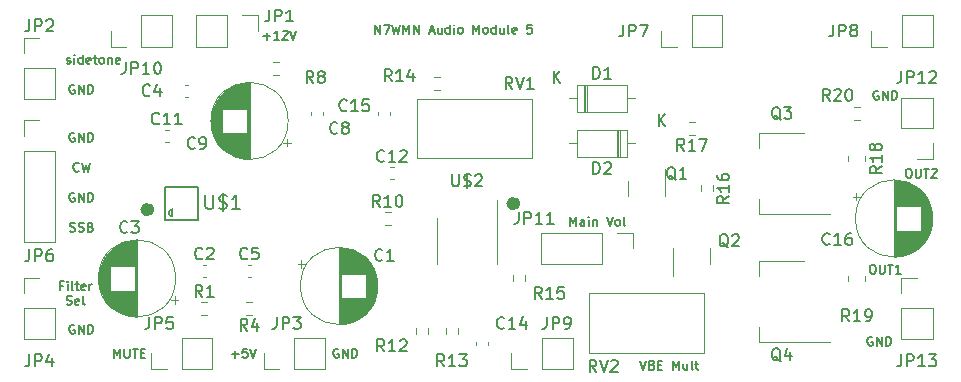
<source format=gbr>
%TF.GenerationSoftware,KiCad,Pcbnew,(6.0.2)*%
%TF.CreationDate,2022-04-20T12:38:45-07:00*%
%TF.ProjectId,audioModule2,61756469-6f4d-46f6-9475-6c65322e6b69,rev?*%
%TF.SameCoordinates,PX48ab840PY7b89fa0*%
%TF.FileFunction,Legend,Top*%
%TF.FilePolarity,Positive*%
%FSLAX46Y46*%
G04 Gerber Fmt 4.6, Leading zero omitted, Abs format (unit mm)*
G04 Created by KiCad (PCBNEW (6.0.2)) date 2022-04-20 12:38:45*
%MOMM*%
%LPD*%
G01*
G04 APERTURE LIST*
%ADD10C,0.190500*%
%ADD11C,0.583000*%
%ADD12C,0.150000*%
%ADD13C,0.127000*%
%ADD14C,0.120000*%
%ADD15C,0.203200*%
G04 APERTURE END LIST*
D10*
X5515428Y25273000D02*
X5442857Y25309286D01*
X5334000Y25309286D01*
X5225142Y25273000D01*
X5152571Y25200429D01*
X5116285Y25127858D01*
X5080000Y24982715D01*
X5080000Y24873858D01*
X5116285Y24728715D01*
X5152571Y24656143D01*
X5225142Y24583572D01*
X5334000Y24547286D01*
X5406571Y24547286D01*
X5515428Y24583572D01*
X5551714Y24619858D01*
X5551714Y24873858D01*
X5406571Y24873858D01*
X5878285Y24547286D02*
X5878285Y25309286D01*
X6313714Y24547286D01*
X6313714Y25309286D01*
X6676571Y24547286D02*
X6676571Y25309286D01*
X6858000Y25309286D01*
X6966857Y25273000D01*
X7039428Y25200429D01*
X7075714Y25127858D01*
X7112000Y24982715D01*
X7112000Y24873858D01*
X7075714Y24728715D01*
X7039428Y24656143D01*
X6966857Y24583572D01*
X6858000Y24547286D01*
X6676571Y24547286D01*
D11*
X11975500Y14732000D02*
G75*
G03*
X11975500Y14732000I-291500J0D01*
G01*
X42963500Y15240000D02*
G75*
G03*
X42963500Y15240000I-291500J0D01*
G01*
D10*
X30969857Y29627286D02*
X30969857Y30389286D01*
X31405285Y29627286D01*
X31405285Y30389286D01*
X31695571Y30389286D02*
X32203571Y30389286D01*
X31877000Y29627286D01*
X32421285Y30389286D02*
X32602714Y29627286D01*
X32747857Y30171572D01*
X32893000Y29627286D01*
X33074428Y30389286D01*
X33364714Y29627286D02*
X33364714Y30389286D01*
X33618714Y29845000D01*
X33872714Y30389286D01*
X33872714Y29627286D01*
X34235571Y29627286D02*
X34235571Y30389286D01*
X34671000Y29627286D01*
X34671000Y30389286D01*
X35578142Y29845000D02*
X35941000Y29845000D01*
X35505571Y29627286D02*
X35759571Y30389286D01*
X36013571Y29627286D01*
X36594142Y30135286D02*
X36594142Y29627286D01*
X36267571Y30135286D02*
X36267571Y29736143D01*
X36303857Y29663572D01*
X36376428Y29627286D01*
X36485285Y29627286D01*
X36557857Y29663572D01*
X36594142Y29699858D01*
X37283571Y29627286D02*
X37283571Y30389286D01*
X37283571Y29663572D02*
X37211000Y29627286D01*
X37065857Y29627286D01*
X36993285Y29663572D01*
X36957000Y29699858D01*
X36920714Y29772429D01*
X36920714Y29990143D01*
X36957000Y30062715D01*
X36993285Y30099000D01*
X37065857Y30135286D01*
X37211000Y30135286D01*
X37283571Y30099000D01*
X37646428Y29627286D02*
X37646428Y30135286D01*
X37646428Y30389286D02*
X37610142Y30353000D01*
X37646428Y30316715D01*
X37682714Y30353000D01*
X37646428Y30389286D01*
X37646428Y30316715D01*
X38118142Y29627286D02*
X38045571Y29663572D01*
X38009285Y29699858D01*
X37973000Y29772429D01*
X37973000Y29990143D01*
X38009285Y30062715D01*
X38045571Y30099000D01*
X38118142Y30135286D01*
X38227000Y30135286D01*
X38299571Y30099000D01*
X38335857Y30062715D01*
X38372142Y29990143D01*
X38372142Y29772429D01*
X38335857Y29699858D01*
X38299571Y29663572D01*
X38227000Y29627286D01*
X38118142Y29627286D01*
X39279285Y29627286D02*
X39279285Y30389286D01*
X39533285Y29845000D01*
X39787285Y30389286D01*
X39787285Y29627286D01*
X40259000Y29627286D02*
X40186428Y29663572D01*
X40150142Y29699858D01*
X40113857Y29772429D01*
X40113857Y29990143D01*
X40150142Y30062715D01*
X40186428Y30099000D01*
X40259000Y30135286D01*
X40367857Y30135286D01*
X40440428Y30099000D01*
X40476714Y30062715D01*
X40513000Y29990143D01*
X40513000Y29772429D01*
X40476714Y29699858D01*
X40440428Y29663572D01*
X40367857Y29627286D01*
X40259000Y29627286D01*
X41166142Y29627286D02*
X41166142Y30389286D01*
X41166142Y29663572D02*
X41093571Y29627286D01*
X40948428Y29627286D01*
X40875857Y29663572D01*
X40839571Y29699858D01*
X40803285Y29772429D01*
X40803285Y29990143D01*
X40839571Y30062715D01*
X40875857Y30099000D01*
X40948428Y30135286D01*
X41093571Y30135286D01*
X41166142Y30099000D01*
X41855571Y30135286D02*
X41855571Y29627286D01*
X41529000Y30135286D02*
X41529000Y29736143D01*
X41565285Y29663572D01*
X41637857Y29627286D01*
X41746714Y29627286D01*
X41819285Y29663572D01*
X41855571Y29699858D01*
X42327285Y29627286D02*
X42254714Y29663572D01*
X42218428Y29736143D01*
X42218428Y30389286D01*
X42907857Y29663572D02*
X42835285Y29627286D01*
X42690142Y29627286D01*
X42617571Y29663572D01*
X42581285Y29736143D01*
X42581285Y30026429D01*
X42617571Y30099000D01*
X42690142Y30135286D01*
X42835285Y30135286D01*
X42907857Y30099000D01*
X42944142Y30026429D01*
X42944142Y29953858D01*
X42581285Y29881286D01*
X44214142Y30389286D02*
X43851285Y30389286D01*
X43814999Y30026429D01*
X43851285Y30062715D01*
X43923857Y30099000D01*
X44105285Y30099000D01*
X44177857Y30062715D01*
X44214142Y30026429D01*
X44250428Y29953858D01*
X44250428Y29772429D01*
X44214142Y29699858D01*
X44177857Y29663572D01*
X44105285Y29627286D01*
X43923857Y29627286D01*
X43851285Y29663572D01*
X43814999Y29699858D01*
X47498000Y13371286D02*
X47498000Y14133286D01*
X47752000Y13589000D01*
X48006000Y14133286D01*
X48006000Y13371286D01*
X48695428Y13371286D02*
X48695428Y13770429D01*
X48659142Y13843000D01*
X48586571Y13879286D01*
X48441428Y13879286D01*
X48368857Y13843000D01*
X48695428Y13407572D02*
X48622857Y13371286D01*
X48441428Y13371286D01*
X48368857Y13407572D01*
X48332571Y13480143D01*
X48332571Y13552715D01*
X48368857Y13625286D01*
X48441428Y13661572D01*
X48622857Y13661572D01*
X48695428Y13697858D01*
X49058285Y13371286D02*
X49058285Y13879286D01*
X49058285Y14133286D02*
X49022000Y14097000D01*
X49058285Y14060715D01*
X49094571Y14097000D01*
X49058285Y14133286D01*
X49058285Y14060715D01*
X49421142Y13879286D02*
X49421142Y13371286D01*
X49421142Y13806715D02*
X49457428Y13843000D01*
X49530000Y13879286D01*
X49638857Y13879286D01*
X49711428Y13843000D01*
X49747714Y13770429D01*
X49747714Y13371286D01*
X50582285Y14133286D02*
X50836285Y13371286D01*
X51090285Y14133286D01*
X51453142Y13371286D02*
X51380571Y13407572D01*
X51344285Y13443858D01*
X51308000Y13516429D01*
X51308000Y13734143D01*
X51344285Y13806715D01*
X51380571Y13843000D01*
X51453142Y13879286D01*
X51562000Y13879286D01*
X51634571Y13843000D01*
X51670857Y13806715D01*
X51707142Y13734143D01*
X51707142Y13516429D01*
X51670857Y13443858D01*
X51634571Y13407572D01*
X51562000Y13371286D01*
X51453142Y13371286D01*
X52142571Y13371286D02*
X52070000Y13407572D01*
X52033714Y13480143D01*
X52033714Y14133286D01*
X53412571Y1941286D02*
X53666571Y1179286D01*
X53920571Y1941286D01*
X54428571Y1578429D02*
X54537428Y1542143D01*
X54573714Y1505858D01*
X54610000Y1433286D01*
X54610000Y1324429D01*
X54573714Y1251858D01*
X54537428Y1215572D01*
X54464857Y1179286D01*
X54174571Y1179286D01*
X54174571Y1941286D01*
X54428571Y1941286D01*
X54501142Y1905000D01*
X54537428Y1868715D01*
X54573714Y1796143D01*
X54573714Y1723572D01*
X54537428Y1651000D01*
X54501142Y1614715D01*
X54428571Y1578429D01*
X54174571Y1578429D01*
X54936571Y1578429D02*
X55190571Y1578429D01*
X55299428Y1179286D02*
X54936571Y1179286D01*
X54936571Y1941286D01*
X55299428Y1941286D01*
X56206571Y1179286D02*
X56206571Y1941286D01*
X56460571Y1397000D01*
X56714571Y1941286D01*
X56714571Y1179286D01*
X57404000Y1687286D02*
X57404000Y1179286D01*
X57077428Y1687286D02*
X57077428Y1288143D01*
X57113714Y1215572D01*
X57186285Y1179286D01*
X57295142Y1179286D01*
X57367714Y1215572D01*
X57404000Y1251858D01*
X57875714Y1179286D02*
X57803142Y1215572D01*
X57766857Y1288143D01*
X57766857Y1941286D01*
X58057142Y1687286D02*
X58347428Y1687286D01*
X58166000Y1941286D02*
X58166000Y1288143D01*
X58202285Y1215572D01*
X58274857Y1179286D01*
X58347428Y1179286D01*
X73587428Y24765000D02*
X73514857Y24801286D01*
X73406000Y24801286D01*
X73297142Y24765000D01*
X73224571Y24692429D01*
X73188285Y24619858D01*
X73152000Y24474715D01*
X73152000Y24365858D01*
X73188285Y24220715D01*
X73224571Y24148143D01*
X73297142Y24075572D01*
X73406000Y24039286D01*
X73478571Y24039286D01*
X73587428Y24075572D01*
X73623714Y24111858D01*
X73623714Y24365858D01*
X73478571Y24365858D01*
X73950285Y24039286D02*
X73950285Y24801286D01*
X74385714Y24039286D01*
X74385714Y24801286D01*
X74748571Y24039286D02*
X74748571Y24801286D01*
X74930000Y24801286D01*
X75038857Y24765000D01*
X75111428Y24692429D01*
X75147714Y24619858D01*
X75184000Y24474715D01*
X75184000Y24365858D01*
X75147714Y24220715D01*
X75111428Y24148143D01*
X75038857Y24075572D01*
X74930000Y24039286D01*
X74748571Y24039286D01*
X73079428Y3937000D02*
X73006857Y3973286D01*
X72898000Y3973286D01*
X72789142Y3937000D01*
X72716571Y3864429D01*
X72680285Y3791858D01*
X72644000Y3646715D01*
X72644000Y3537858D01*
X72680285Y3392715D01*
X72716571Y3320143D01*
X72789142Y3247572D01*
X72898000Y3211286D01*
X72970571Y3211286D01*
X73079428Y3247572D01*
X73115714Y3283858D01*
X73115714Y3537858D01*
X72970571Y3537858D01*
X73442285Y3211286D02*
X73442285Y3973286D01*
X73877714Y3211286D01*
X73877714Y3973286D01*
X74240571Y3211286D02*
X74240571Y3973286D01*
X74422000Y3973286D01*
X74530857Y3937000D01*
X74603428Y3864429D01*
X74639714Y3791858D01*
X74676000Y3646715D01*
X74676000Y3537858D01*
X74639714Y3392715D01*
X74603428Y3320143D01*
X74530857Y3247572D01*
X74422000Y3211286D01*
X74240571Y3211286D01*
X76091142Y18197286D02*
X76236285Y18197286D01*
X76308857Y18161000D01*
X76381428Y18088429D01*
X76417714Y17943286D01*
X76417714Y17689286D01*
X76381428Y17544143D01*
X76308857Y17471572D01*
X76236285Y17435286D01*
X76091142Y17435286D01*
X76018571Y17471572D01*
X75946000Y17544143D01*
X75909714Y17689286D01*
X75909714Y17943286D01*
X75946000Y18088429D01*
X76018571Y18161000D01*
X76091142Y18197286D01*
X76744285Y18197286D02*
X76744285Y17580429D01*
X76780571Y17507858D01*
X76816857Y17471572D01*
X76889428Y17435286D01*
X77034571Y17435286D01*
X77107142Y17471572D01*
X77143428Y17507858D01*
X77179714Y17580429D01*
X77179714Y18197286D01*
X77433714Y18197286D02*
X77869142Y18197286D01*
X77651428Y17435286D02*
X77651428Y18197286D01*
X78086857Y18124715D02*
X78123142Y18161000D01*
X78195714Y18197286D01*
X78377142Y18197286D01*
X78449714Y18161000D01*
X78486000Y18124715D01*
X78522285Y18052143D01*
X78522285Y17979572D01*
X78486000Y17870715D01*
X78050571Y17435286D01*
X78522285Y17435286D01*
X73043142Y10069286D02*
X73188285Y10069286D01*
X73260857Y10033000D01*
X73333428Y9960429D01*
X73369714Y9815286D01*
X73369714Y9561286D01*
X73333428Y9416143D01*
X73260857Y9343572D01*
X73188285Y9307286D01*
X73043142Y9307286D01*
X72970571Y9343572D01*
X72898000Y9416143D01*
X72861714Y9561286D01*
X72861714Y9815286D01*
X72898000Y9960429D01*
X72970571Y10033000D01*
X73043142Y10069286D01*
X73696285Y10069286D02*
X73696285Y9452429D01*
X73732571Y9379858D01*
X73768857Y9343572D01*
X73841428Y9307286D01*
X73986571Y9307286D01*
X74059142Y9343572D01*
X74095428Y9379858D01*
X74131714Y9452429D01*
X74131714Y10069286D01*
X74385714Y10069286D02*
X74821142Y10069286D01*
X74603428Y9307286D02*
X74603428Y10069286D01*
X75474285Y9307286D02*
X75038857Y9307286D01*
X75256571Y9307286D02*
X75256571Y10069286D01*
X75184000Y9960429D01*
X75111428Y9887858D01*
X75038857Y9851572D01*
X27867428Y2921000D02*
X27794857Y2957286D01*
X27686000Y2957286D01*
X27577142Y2921000D01*
X27504571Y2848429D01*
X27468285Y2775858D01*
X27432000Y2630715D01*
X27432000Y2521858D01*
X27468285Y2376715D01*
X27504571Y2304143D01*
X27577142Y2231572D01*
X27686000Y2195286D01*
X27758571Y2195286D01*
X27867428Y2231572D01*
X27903714Y2267858D01*
X27903714Y2521858D01*
X27758571Y2521858D01*
X28230285Y2195286D02*
X28230285Y2957286D01*
X28665714Y2195286D01*
X28665714Y2957286D01*
X29028571Y2195286D02*
X29028571Y2957286D01*
X29210000Y2957286D01*
X29318857Y2921000D01*
X29391428Y2848429D01*
X29427714Y2775858D01*
X29464000Y2630715D01*
X29464000Y2521858D01*
X29427714Y2376715D01*
X29391428Y2304143D01*
X29318857Y2231572D01*
X29210000Y2195286D01*
X29028571Y2195286D01*
X18832285Y2485572D02*
X19412857Y2485572D01*
X19122571Y2195286D02*
X19122571Y2775858D01*
X20138571Y2957286D02*
X19775714Y2957286D01*
X19739428Y2594429D01*
X19775714Y2630715D01*
X19848285Y2667000D01*
X20029714Y2667000D01*
X20102285Y2630715D01*
X20138571Y2594429D01*
X20174857Y2521858D01*
X20174857Y2340429D01*
X20138571Y2267858D01*
X20102285Y2231572D01*
X20029714Y2195286D01*
X19848285Y2195286D01*
X19775714Y2231572D01*
X19739428Y2267858D01*
X20392571Y2957286D02*
X20646571Y2195286D01*
X20900571Y2957286D01*
X8871857Y2195286D02*
X8871857Y2957286D01*
X9125857Y2413000D01*
X9379857Y2957286D01*
X9379857Y2195286D01*
X9742714Y2957286D02*
X9742714Y2340429D01*
X9779000Y2267858D01*
X9815285Y2231572D01*
X9887857Y2195286D01*
X10033000Y2195286D01*
X10105571Y2231572D01*
X10141857Y2267858D01*
X10178142Y2340429D01*
X10178142Y2957286D01*
X10432142Y2957286D02*
X10867571Y2957286D01*
X10649857Y2195286D02*
X10649857Y2957286D01*
X11121571Y2594429D02*
X11375571Y2594429D01*
X11484428Y2195286D02*
X11121571Y2195286D01*
X11121571Y2957286D01*
X11484428Y2957286D01*
X4535714Y8287839D02*
X4281714Y8287839D01*
X4281714Y7888696D02*
X4281714Y8650696D01*
X4644571Y8650696D01*
X4934857Y7888696D02*
X4934857Y8396696D01*
X4934857Y8650696D02*
X4898571Y8614410D01*
X4934857Y8578125D01*
X4971142Y8614410D01*
X4934857Y8650696D01*
X4934857Y8578125D01*
X5406571Y7888696D02*
X5334000Y7924982D01*
X5297714Y7997553D01*
X5297714Y8650696D01*
X5588000Y8396696D02*
X5878285Y8396696D01*
X5696857Y8650696D02*
X5696857Y7997553D01*
X5733142Y7924982D01*
X5805714Y7888696D01*
X5878285Y7888696D01*
X6422571Y7924982D02*
X6350000Y7888696D01*
X6204857Y7888696D01*
X6132285Y7924982D01*
X6096000Y7997553D01*
X6096000Y8287839D01*
X6132285Y8360410D01*
X6204857Y8396696D01*
X6350000Y8396696D01*
X6422571Y8360410D01*
X6458857Y8287839D01*
X6458857Y8215268D01*
X6096000Y8142696D01*
X6785428Y7888696D02*
X6785428Y8396696D01*
X6785428Y8251553D02*
X6821714Y8324125D01*
X6858000Y8360410D01*
X6930571Y8396696D01*
X7003142Y8396696D01*
X4844142Y6698162D02*
X4953000Y6661876D01*
X5134428Y6661876D01*
X5207000Y6698162D01*
X5243285Y6734448D01*
X5279571Y6807019D01*
X5279571Y6879590D01*
X5243285Y6952162D01*
X5207000Y6988448D01*
X5134428Y7024733D01*
X4989285Y7061019D01*
X4916714Y7097305D01*
X4880428Y7133590D01*
X4844142Y7206162D01*
X4844142Y7278733D01*
X4880428Y7351305D01*
X4916714Y7387590D01*
X4989285Y7423876D01*
X5170714Y7423876D01*
X5279571Y7387590D01*
X5896428Y6698162D02*
X5823857Y6661876D01*
X5678714Y6661876D01*
X5606142Y6698162D01*
X5569857Y6770733D01*
X5569857Y7061019D01*
X5606142Y7133590D01*
X5678714Y7169876D01*
X5823857Y7169876D01*
X5896428Y7133590D01*
X5932714Y7061019D01*
X5932714Y6988448D01*
X5569857Y6915876D01*
X6368142Y6661876D02*
X6295571Y6698162D01*
X6259285Y6770733D01*
X6259285Y7423876D01*
X5515428Y4953000D02*
X5442857Y4989286D01*
X5334000Y4989286D01*
X5225142Y4953000D01*
X5152571Y4880429D01*
X5116285Y4807858D01*
X5080000Y4662715D01*
X5080000Y4553858D01*
X5116285Y4408715D01*
X5152571Y4336143D01*
X5225142Y4263572D01*
X5334000Y4227286D01*
X5406571Y4227286D01*
X5515428Y4263572D01*
X5551714Y4299858D01*
X5551714Y4553858D01*
X5406571Y4553858D01*
X5878285Y4227286D02*
X5878285Y4989286D01*
X6313714Y4227286D01*
X6313714Y4989286D01*
X6676571Y4227286D02*
X6676571Y4989286D01*
X6858000Y4989286D01*
X6966857Y4953000D01*
X7039428Y4880429D01*
X7075714Y4807858D01*
X7112000Y4662715D01*
X7112000Y4553858D01*
X7075714Y4408715D01*
X7039428Y4336143D01*
X6966857Y4263572D01*
X6858000Y4227286D01*
X6676571Y4227286D01*
X5515428Y21209000D02*
X5442857Y21245286D01*
X5334000Y21245286D01*
X5225142Y21209000D01*
X5152571Y21136429D01*
X5116285Y21063858D01*
X5080000Y20918715D01*
X5080000Y20809858D01*
X5116285Y20664715D01*
X5152571Y20592143D01*
X5225142Y20519572D01*
X5334000Y20483286D01*
X5406571Y20483286D01*
X5515428Y20519572D01*
X5551714Y20555858D01*
X5551714Y20809858D01*
X5406571Y20809858D01*
X5878285Y20483286D02*
X5878285Y21245286D01*
X6313714Y20483286D01*
X6313714Y21245286D01*
X6676571Y20483286D02*
X6676571Y21245286D01*
X6858000Y21245286D01*
X6966857Y21209000D01*
X7039428Y21136429D01*
X7075714Y21063858D01*
X7112000Y20918715D01*
X7112000Y20809858D01*
X7075714Y20664715D01*
X7039428Y20592143D01*
X6966857Y20519572D01*
X6858000Y20483286D01*
X6676571Y20483286D01*
X5515428Y16129000D02*
X5442857Y16165286D01*
X5334000Y16165286D01*
X5225142Y16129000D01*
X5152571Y16056429D01*
X5116285Y15983858D01*
X5080000Y15838715D01*
X5080000Y15729858D01*
X5116285Y15584715D01*
X5152571Y15512143D01*
X5225142Y15439572D01*
X5334000Y15403286D01*
X5406571Y15403286D01*
X5515428Y15439572D01*
X5551714Y15475858D01*
X5551714Y15729858D01*
X5406571Y15729858D01*
X5878285Y15403286D02*
X5878285Y16165286D01*
X6313714Y15403286D01*
X6313714Y16165286D01*
X6676571Y15403286D02*
X6676571Y16165286D01*
X6858000Y16165286D01*
X6966857Y16129000D01*
X7039428Y16056429D01*
X7075714Y15983858D01*
X7112000Y15838715D01*
X7112000Y15729858D01*
X7075714Y15584715D01*
X7039428Y15512143D01*
X6966857Y15439572D01*
X6858000Y15403286D01*
X6676571Y15403286D01*
X5134428Y12899572D02*
X5243285Y12863286D01*
X5424714Y12863286D01*
X5497285Y12899572D01*
X5533571Y12935858D01*
X5569857Y13008429D01*
X5569857Y13081000D01*
X5533571Y13153572D01*
X5497285Y13189858D01*
X5424714Y13226143D01*
X5279571Y13262429D01*
X5207000Y13298715D01*
X5170714Y13335000D01*
X5134428Y13407572D01*
X5134428Y13480143D01*
X5170714Y13552715D01*
X5207000Y13589000D01*
X5279571Y13625286D01*
X5461000Y13625286D01*
X5569857Y13589000D01*
X5860142Y12899572D02*
X5969000Y12863286D01*
X6150428Y12863286D01*
X6223000Y12899572D01*
X6259285Y12935858D01*
X6295571Y13008429D01*
X6295571Y13081000D01*
X6259285Y13153572D01*
X6223000Y13189858D01*
X6150428Y13226143D01*
X6005285Y13262429D01*
X5932714Y13298715D01*
X5896428Y13335000D01*
X5860142Y13407572D01*
X5860142Y13480143D01*
X5896428Y13552715D01*
X5932714Y13589000D01*
X6005285Y13625286D01*
X6186714Y13625286D01*
X6295571Y13589000D01*
X6876142Y13262429D02*
X6985000Y13226143D01*
X7021285Y13189858D01*
X7057571Y13117286D01*
X7057571Y13008429D01*
X7021285Y12935858D01*
X6985000Y12899572D01*
X6912428Y12863286D01*
X6622142Y12863286D01*
X6622142Y13625286D01*
X6876142Y13625286D01*
X6948714Y13589000D01*
X6985000Y13552715D01*
X7021285Y13480143D01*
X7021285Y13407572D01*
X6985000Y13335000D01*
X6948714Y13298715D01*
X6876142Y13262429D01*
X6622142Y13262429D01*
X5896428Y18015858D02*
X5860142Y17979572D01*
X5751285Y17943286D01*
X5678714Y17943286D01*
X5569857Y17979572D01*
X5497285Y18052143D01*
X5461000Y18124715D01*
X5424714Y18269858D01*
X5424714Y18378715D01*
X5461000Y18523858D01*
X5497285Y18596429D01*
X5569857Y18669000D01*
X5678714Y18705286D01*
X5751285Y18705286D01*
X5860142Y18669000D01*
X5896428Y18632715D01*
X6150428Y18705286D02*
X6331857Y17943286D01*
X6477000Y18487572D01*
X6622142Y17943286D01*
X6803571Y18705286D01*
X4862285Y27123572D02*
X4934857Y27087286D01*
X5080000Y27087286D01*
X5152571Y27123572D01*
X5188857Y27196143D01*
X5188857Y27232429D01*
X5152571Y27305000D01*
X5080000Y27341286D01*
X4971142Y27341286D01*
X4898571Y27377572D01*
X4862285Y27450143D01*
X4862285Y27486429D01*
X4898571Y27559000D01*
X4971142Y27595286D01*
X5080000Y27595286D01*
X5152571Y27559000D01*
X5515428Y27087286D02*
X5515428Y27595286D01*
X5515428Y27849286D02*
X5479142Y27813000D01*
X5515428Y27776715D01*
X5551714Y27813000D01*
X5515428Y27849286D01*
X5515428Y27776715D01*
X6204857Y27087286D02*
X6204857Y27849286D01*
X6204857Y27123572D02*
X6132285Y27087286D01*
X5987142Y27087286D01*
X5914571Y27123572D01*
X5878285Y27159858D01*
X5842000Y27232429D01*
X5842000Y27450143D01*
X5878285Y27522715D01*
X5914571Y27559000D01*
X5987142Y27595286D01*
X6132285Y27595286D01*
X6204857Y27559000D01*
X6858000Y27123572D02*
X6785428Y27087286D01*
X6640285Y27087286D01*
X6567714Y27123572D01*
X6531428Y27196143D01*
X6531428Y27486429D01*
X6567714Y27559000D01*
X6640285Y27595286D01*
X6785428Y27595286D01*
X6858000Y27559000D01*
X6894285Y27486429D01*
X6894285Y27413858D01*
X6531428Y27341286D01*
X7112000Y27595286D02*
X7402285Y27595286D01*
X7220857Y27849286D02*
X7220857Y27196143D01*
X7257142Y27123572D01*
X7329714Y27087286D01*
X7402285Y27087286D01*
X7765142Y27087286D02*
X7692571Y27123572D01*
X7656285Y27159858D01*
X7620000Y27232429D01*
X7620000Y27450143D01*
X7656285Y27522715D01*
X7692571Y27559000D01*
X7765142Y27595286D01*
X7874000Y27595286D01*
X7946571Y27559000D01*
X7982857Y27522715D01*
X8019142Y27450143D01*
X8019142Y27232429D01*
X7982857Y27159858D01*
X7946571Y27123572D01*
X7874000Y27087286D01*
X7765142Y27087286D01*
X8345714Y27595286D02*
X8345714Y27087286D01*
X8345714Y27522715D02*
X8382000Y27559000D01*
X8454571Y27595286D01*
X8563428Y27595286D01*
X8636000Y27559000D01*
X8672285Y27486429D01*
X8672285Y27087286D01*
X9325428Y27123572D02*
X9252857Y27087286D01*
X9107714Y27087286D01*
X9035142Y27123572D01*
X8998857Y27196143D01*
X8998857Y27486429D01*
X9035142Y27559000D01*
X9107714Y27595286D01*
X9252857Y27595286D01*
X9325428Y27559000D01*
X9361714Y27486429D01*
X9361714Y27413858D01*
X8998857Y27341286D01*
X21517428Y29409572D02*
X22098000Y29409572D01*
X21807714Y29119286D02*
X21807714Y29699858D01*
X22860000Y29119286D02*
X22424571Y29119286D01*
X22642285Y29119286D02*
X22642285Y29881286D01*
X22569714Y29772429D01*
X22497142Y29699858D01*
X22424571Y29663572D01*
X23150285Y29808715D02*
X23186571Y29845000D01*
X23259142Y29881286D01*
X23440571Y29881286D01*
X23513142Y29845000D01*
X23549428Y29808715D01*
X23585714Y29736143D01*
X23585714Y29663572D01*
X23549428Y29554715D01*
X23114000Y29119286D01*
X23585714Y29119286D01*
X23803428Y29881286D02*
X24057428Y29119286D01*
X24311428Y29881286D01*
D12*
%TO.C,C16*%
X69461142Y11834858D02*
X69413523Y11787239D01*
X69270666Y11739620D01*
X69175428Y11739620D01*
X69032571Y11787239D01*
X68937333Y11882477D01*
X68889714Y11977715D01*
X68842095Y12168191D01*
X68842095Y12311048D01*
X68889714Y12501524D01*
X68937333Y12596762D01*
X69032571Y12692000D01*
X69175428Y12739620D01*
X69270666Y12739620D01*
X69413523Y12692000D01*
X69461142Y12644381D01*
X70413523Y11739620D02*
X69842095Y11739620D01*
X70127809Y11739620D02*
X70127809Y12739620D01*
X70032571Y12596762D01*
X69937333Y12501524D01*
X69842095Y12453905D01*
X71270666Y12739620D02*
X71080190Y12739620D01*
X70984952Y12692000D01*
X70937333Y12644381D01*
X70842095Y12501524D01*
X70794476Y12311048D01*
X70794476Y11930096D01*
X70842095Y11834858D01*
X70889714Y11787239D01*
X70984952Y11739620D01*
X71175428Y11739620D01*
X71270666Y11787239D01*
X71318285Y11834858D01*
X71365904Y11930096D01*
X71365904Y12168191D01*
X71318285Y12263429D01*
X71270666Y12311048D01*
X71175428Y12358667D01*
X70984952Y12358667D01*
X70889714Y12311048D01*
X70842095Y12263429D01*
X70794476Y12168191D01*
%TO.C,C9*%
X15708333Y19967858D02*
X15660714Y19920239D01*
X15517857Y19872620D01*
X15422619Y19872620D01*
X15279761Y19920239D01*
X15184523Y20015477D01*
X15136904Y20110715D01*
X15089285Y20301191D01*
X15089285Y20444048D01*
X15136904Y20634524D01*
X15184523Y20729762D01*
X15279761Y20825000D01*
X15422619Y20872620D01*
X15517857Y20872620D01*
X15660714Y20825000D01*
X15708333Y20777381D01*
X16184523Y19872620D02*
X16375000Y19872620D01*
X16470238Y19920239D01*
X16517857Y19967858D01*
X16613095Y20110715D01*
X16660714Y20301191D01*
X16660714Y20682143D01*
X16613095Y20777381D01*
X16565476Y20825000D01*
X16470238Y20872620D01*
X16279761Y20872620D01*
X16184523Y20825000D01*
X16136904Y20777381D01*
X16089285Y20682143D01*
X16089285Y20444048D01*
X16136904Y20348810D01*
X16184523Y20301191D01*
X16279761Y20253572D01*
X16470238Y20253572D01*
X16565476Y20301191D01*
X16613095Y20348810D01*
X16660714Y20444048D01*
%TO.C,C3*%
X9993333Y12850858D02*
X9945714Y12803239D01*
X9802857Y12755620D01*
X9707619Y12755620D01*
X9564761Y12803239D01*
X9469523Y12898477D01*
X9421904Y12993715D01*
X9374285Y13184191D01*
X9374285Y13327048D01*
X9421904Y13517524D01*
X9469523Y13612762D01*
X9564761Y13708000D01*
X9707619Y13755620D01*
X9802857Y13755620D01*
X9945714Y13708000D01*
X9993333Y13660381D01*
X10326666Y13755620D02*
X10945714Y13755620D01*
X10612380Y13374667D01*
X10755238Y13374667D01*
X10850476Y13327048D01*
X10898095Y13279429D01*
X10945714Y13184191D01*
X10945714Y12946096D01*
X10898095Y12850858D01*
X10850476Y12803239D01*
X10755238Y12755620D01*
X10469523Y12755620D01*
X10374285Y12803239D01*
X10326666Y12850858D01*
%TO.C,C1*%
X31583333Y10480858D02*
X31535714Y10433239D01*
X31392857Y10385620D01*
X31297619Y10385620D01*
X31154761Y10433239D01*
X31059523Y10528477D01*
X31011904Y10623715D01*
X30964285Y10814191D01*
X30964285Y10957048D01*
X31011904Y11147524D01*
X31059523Y11242762D01*
X31154761Y11338000D01*
X31297619Y11385620D01*
X31392857Y11385620D01*
X31535714Y11338000D01*
X31583333Y11290381D01*
X32535714Y10385620D02*
X31964285Y10385620D01*
X32250000Y10385620D02*
X32250000Y11385620D01*
X32154761Y11242762D01*
X32059523Y11147524D01*
X31964285Y11099905D01*
%TO.C,C14*%
X41902142Y4727858D02*
X41854523Y4680239D01*
X41711666Y4632620D01*
X41616428Y4632620D01*
X41473571Y4680239D01*
X41378333Y4775477D01*
X41330714Y4870715D01*
X41283095Y5061191D01*
X41283095Y5204048D01*
X41330714Y5394524D01*
X41378333Y5489762D01*
X41473571Y5585000D01*
X41616428Y5632620D01*
X41711666Y5632620D01*
X41854523Y5585000D01*
X41902142Y5537381D01*
X42854523Y4632620D02*
X42283095Y4632620D01*
X42568809Y4632620D02*
X42568809Y5632620D01*
X42473571Y5489762D01*
X42378333Y5394524D01*
X42283095Y5346905D01*
X43711666Y5299286D02*
X43711666Y4632620D01*
X43473571Y5680239D02*
X43235476Y4965953D01*
X43854523Y4965953D01*
%TO.C,U$2*%
X37496904Y17697620D02*
X37496904Y16888096D01*
X37544523Y16792858D01*
X37592142Y16745239D01*
X37687380Y16697620D01*
X37877857Y16697620D01*
X37973095Y16745239D01*
X38020714Y16792858D01*
X38068333Y16888096D01*
X38068333Y17697620D01*
X38496904Y16745239D02*
X38639761Y16697620D01*
X38877857Y16697620D01*
X38973095Y16745239D01*
X39020714Y16792858D01*
X39068333Y16888096D01*
X39068333Y16983334D01*
X39020714Y17078572D01*
X38973095Y17126191D01*
X38877857Y17173810D01*
X38687380Y17221429D01*
X38592142Y17269048D01*
X38544523Y17316667D01*
X38496904Y17411905D01*
X38496904Y17507143D01*
X38544523Y17602381D01*
X38592142Y17650000D01*
X38687380Y17697620D01*
X38925476Y17697620D01*
X39068333Y17650000D01*
X38782619Y17840477D02*
X38782619Y16554762D01*
X39449285Y17602381D02*
X39496904Y17650000D01*
X39592142Y17697620D01*
X39830238Y17697620D01*
X39925476Y17650000D01*
X39973095Y17602381D01*
X40020714Y17507143D01*
X40020714Y17411905D01*
X39973095Y17269048D01*
X39401666Y16697620D01*
X40020714Y16697620D01*
%TO.C,JP6*%
X1706666Y11357620D02*
X1706666Y10643334D01*
X1659047Y10500477D01*
X1563809Y10405239D01*
X1420952Y10357620D01*
X1325714Y10357620D01*
X2182857Y10357620D02*
X2182857Y11357620D01*
X2563809Y11357620D01*
X2659047Y11310000D01*
X2706666Y11262381D01*
X2754285Y11167143D01*
X2754285Y11024286D01*
X2706666Y10929048D01*
X2659047Y10881429D01*
X2563809Y10833810D01*
X2182857Y10833810D01*
X3611428Y11357620D02*
X3420952Y11357620D01*
X3325714Y11310000D01*
X3278095Y11262381D01*
X3182857Y11119524D01*
X3135238Y10929048D01*
X3135238Y10548096D01*
X3182857Y10452858D01*
X3230476Y10405239D01*
X3325714Y10357620D01*
X3516190Y10357620D01*
X3611428Y10405239D01*
X3659047Y10452858D01*
X3706666Y10548096D01*
X3706666Y10786191D01*
X3659047Y10881429D01*
X3611428Y10929048D01*
X3516190Y10976667D01*
X3325714Y10976667D01*
X3230476Y10929048D01*
X3182857Y10881429D01*
X3135238Y10786191D01*
D13*
%TO.C,U$1*%
X16610692Y15929429D02*
X16610692Y15004143D01*
X16665121Y14895286D01*
X16719550Y14840858D01*
X16828407Y14786429D01*
X17046121Y14786429D01*
X17154978Y14840858D01*
X17209407Y14895286D01*
X17263835Y15004143D01*
X17263835Y15929429D01*
X17753692Y14840858D02*
X17916978Y14786429D01*
X18189121Y14786429D01*
X18297978Y14840858D01*
X18352407Y14895286D01*
X18406835Y15004143D01*
X18406835Y15113000D01*
X18352407Y15221858D01*
X18297978Y15276286D01*
X18189121Y15330715D01*
X17971407Y15385143D01*
X17862550Y15439572D01*
X17808121Y15494000D01*
X17753692Y15602858D01*
X17753692Y15711715D01*
X17808121Y15820572D01*
X17862550Y15875000D01*
X17971407Y15929429D01*
X18243550Y15929429D01*
X18406835Y15875000D01*
X18080264Y16092715D02*
X18080264Y14623143D01*
X19495407Y14786429D02*
X18842264Y14786429D01*
X19168835Y14786429D02*
X19168835Y15929429D01*
X19059978Y15766143D01*
X18951121Y15657286D01*
X18842264Y15602858D01*
D12*
%TO.C,RV2*%
X49696761Y972620D02*
X49363428Y1448810D01*
X49125333Y972620D02*
X49125333Y1972620D01*
X49506285Y1972620D01*
X49601523Y1925000D01*
X49649142Y1877381D01*
X49696761Y1782143D01*
X49696761Y1639286D01*
X49649142Y1544048D01*
X49601523Y1496429D01*
X49506285Y1448810D01*
X49125333Y1448810D01*
X49982476Y1972620D02*
X50315809Y972620D01*
X50649142Y1972620D01*
X50934857Y1877381D02*
X50982476Y1925000D01*
X51077714Y1972620D01*
X51315809Y1972620D01*
X51411047Y1925000D01*
X51458666Y1877381D01*
X51506285Y1782143D01*
X51506285Y1686905D01*
X51458666Y1544048D01*
X50887238Y972620D01*
X51506285Y972620D01*
%TO.C,RV1*%
X42584761Y24952620D02*
X42251428Y25428810D01*
X42013333Y24952620D02*
X42013333Y25952620D01*
X42394285Y25952620D01*
X42489523Y25905000D01*
X42537142Y25857381D01*
X42584761Y25762143D01*
X42584761Y25619286D01*
X42537142Y25524048D01*
X42489523Y25476429D01*
X42394285Y25428810D01*
X42013333Y25428810D01*
X42870476Y25952620D02*
X43203809Y24952620D01*
X43537142Y25952620D01*
X44394285Y24952620D02*
X43822857Y24952620D01*
X44108571Y24952620D02*
X44108571Y25952620D01*
X44013333Y25809762D01*
X43918095Y25714524D01*
X43822857Y25666905D01*
%TO.C,R20*%
X69461142Y23931620D02*
X69127809Y24407810D01*
X68889714Y23931620D02*
X68889714Y24931620D01*
X69270666Y24931620D01*
X69365904Y24884000D01*
X69413523Y24836381D01*
X69461142Y24741143D01*
X69461142Y24598286D01*
X69413523Y24503048D01*
X69365904Y24455429D01*
X69270666Y24407810D01*
X68889714Y24407810D01*
X69842095Y24836381D02*
X69889714Y24884000D01*
X69984952Y24931620D01*
X70223047Y24931620D01*
X70318285Y24884000D01*
X70365904Y24836381D01*
X70413523Y24741143D01*
X70413523Y24645905D01*
X70365904Y24503048D01*
X69794476Y23931620D01*
X70413523Y23931620D01*
X71032571Y24931620D02*
X71127809Y24931620D01*
X71223047Y24884000D01*
X71270666Y24836381D01*
X71318285Y24741143D01*
X71365904Y24550667D01*
X71365904Y24312572D01*
X71318285Y24122096D01*
X71270666Y24026858D01*
X71223047Y23979239D01*
X71127809Y23931620D01*
X71032571Y23931620D01*
X70937333Y23979239D01*
X70889714Y24026858D01*
X70842095Y24122096D01*
X70794476Y24312572D01*
X70794476Y24550667D01*
X70842095Y24741143D01*
X70889714Y24836381D01*
X70937333Y24884000D01*
X71032571Y24931620D01*
%TO.C,R19*%
X71112142Y5267620D02*
X70778809Y5743810D01*
X70540714Y5267620D02*
X70540714Y6267620D01*
X70921666Y6267620D01*
X71016904Y6220000D01*
X71064523Y6172381D01*
X71112142Y6077143D01*
X71112142Y5934286D01*
X71064523Y5839048D01*
X71016904Y5791429D01*
X70921666Y5743810D01*
X70540714Y5743810D01*
X72064523Y5267620D02*
X71493095Y5267620D01*
X71778809Y5267620D02*
X71778809Y6267620D01*
X71683571Y6124762D01*
X71588333Y6029524D01*
X71493095Y5981905D01*
X72540714Y5267620D02*
X72731190Y5267620D01*
X72826428Y5315239D01*
X72874047Y5362858D01*
X72969285Y5505715D01*
X73016904Y5696191D01*
X73016904Y6077143D01*
X72969285Y6172381D01*
X72921666Y6220000D01*
X72826428Y6267620D01*
X72635952Y6267620D01*
X72540714Y6220000D01*
X72493095Y6172381D01*
X72445476Y6077143D01*
X72445476Y5839048D01*
X72493095Y5743810D01*
X72540714Y5696191D01*
X72635952Y5648572D01*
X72826428Y5648572D01*
X72921666Y5696191D01*
X72969285Y5743810D01*
X73016904Y5839048D01*
%TO.C,R18*%
X73857380Y18412143D02*
X73381190Y18078810D01*
X73857380Y17840715D02*
X72857380Y17840715D01*
X72857380Y18221667D01*
X72905000Y18316905D01*
X72952619Y18364524D01*
X73047857Y18412143D01*
X73190714Y18412143D01*
X73285952Y18364524D01*
X73333571Y18316905D01*
X73381190Y18221667D01*
X73381190Y17840715D01*
X73857380Y19364524D02*
X73857380Y18793096D01*
X73857380Y19078810D02*
X72857380Y19078810D01*
X73000238Y18983572D01*
X73095476Y18888334D01*
X73143095Y18793096D01*
X73285952Y19935953D02*
X73238333Y19840715D01*
X73190714Y19793096D01*
X73095476Y19745477D01*
X73047857Y19745477D01*
X72952619Y19793096D01*
X72905000Y19840715D01*
X72857380Y19935953D01*
X72857380Y20126429D01*
X72905000Y20221667D01*
X72952619Y20269286D01*
X73047857Y20316905D01*
X73095476Y20316905D01*
X73190714Y20269286D01*
X73238333Y20221667D01*
X73285952Y20126429D01*
X73285952Y19935953D01*
X73333571Y19840715D01*
X73381190Y19793096D01*
X73476428Y19745477D01*
X73666904Y19745477D01*
X73762142Y19793096D01*
X73809761Y19840715D01*
X73857380Y19935953D01*
X73857380Y20126429D01*
X73809761Y20221667D01*
X73762142Y20269286D01*
X73666904Y20316905D01*
X73476428Y20316905D01*
X73381190Y20269286D01*
X73333571Y20221667D01*
X73285952Y20126429D01*
%TO.C,R17*%
X57142142Y19712620D02*
X56808809Y20188810D01*
X56570714Y19712620D02*
X56570714Y20712620D01*
X56951666Y20712620D01*
X57046904Y20665000D01*
X57094523Y20617381D01*
X57142142Y20522143D01*
X57142142Y20379286D01*
X57094523Y20284048D01*
X57046904Y20236429D01*
X56951666Y20188810D01*
X56570714Y20188810D01*
X58094523Y19712620D02*
X57523095Y19712620D01*
X57808809Y19712620D02*
X57808809Y20712620D01*
X57713571Y20569762D01*
X57618333Y20474524D01*
X57523095Y20426905D01*
X58427857Y20712620D02*
X59094523Y20712620D01*
X58665952Y19712620D01*
%TO.C,R16*%
X60937380Y15872143D02*
X60461190Y15538810D01*
X60937380Y15300715D02*
X59937380Y15300715D01*
X59937380Y15681667D01*
X59985000Y15776905D01*
X60032619Y15824524D01*
X60127857Y15872143D01*
X60270714Y15872143D01*
X60365952Y15824524D01*
X60413571Y15776905D01*
X60461190Y15681667D01*
X60461190Y15300715D01*
X60937380Y16824524D02*
X60937380Y16253096D01*
X60937380Y16538810D02*
X59937380Y16538810D01*
X60080238Y16443572D01*
X60175476Y16348334D01*
X60223095Y16253096D01*
X59937380Y17681667D02*
X59937380Y17491191D01*
X59985000Y17395953D01*
X60032619Y17348334D01*
X60175476Y17253096D01*
X60365952Y17205477D01*
X60746904Y17205477D01*
X60842142Y17253096D01*
X60889761Y17300715D01*
X60937380Y17395953D01*
X60937380Y17586429D01*
X60889761Y17681667D01*
X60842142Y17729286D01*
X60746904Y17776905D01*
X60508809Y17776905D01*
X60413571Y17729286D01*
X60365952Y17681667D01*
X60318333Y17586429D01*
X60318333Y17395953D01*
X60365952Y17300715D01*
X60413571Y17253096D01*
X60508809Y17205477D01*
%TO.C,R15*%
X45077142Y7172620D02*
X44743809Y7648810D01*
X44505714Y7172620D02*
X44505714Y8172620D01*
X44886666Y8172620D01*
X44981904Y8125000D01*
X45029523Y8077381D01*
X45077142Y7982143D01*
X45077142Y7839286D01*
X45029523Y7744048D01*
X44981904Y7696429D01*
X44886666Y7648810D01*
X44505714Y7648810D01*
X46029523Y7172620D02*
X45458095Y7172620D01*
X45743809Y7172620D02*
X45743809Y8172620D01*
X45648571Y8029762D01*
X45553333Y7934524D01*
X45458095Y7886905D01*
X46934285Y8172620D02*
X46458095Y8172620D01*
X46410476Y7696429D01*
X46458095Y7744048D01*
X46553333Y7791667D01*
X46791428Y7791667D01*
X46886666Y7744048D01*
X46934285Y7696429D01*
X46981904Y7601191D01*
X46981904Y7363096D01*
X46934285Y7267858D01*
X46886666Y7220239D01*
X46791428Y7172620D01*
X46553333Y7172620D01*
X46458095Y7220239D01*
X46410476Y7267858D01*
%TO.C,R14*%
X32377142Y25587620D02*
X32043809Y26063810D01*
X31805714Y25587620D02*
X31805714Y26587620D01*
X32186666Y26587620D01*
X32281904Y26540000D01*
X32329523Y26492381D01*
X32377142Y26397143D01*
X32377142Y26254286D01*
X32329523Y26159048D01*
X32281904Y26111429D01*
X32186666Y26063810D01*
X31805714Y26063810D01*
X33329523Y25587620D02*
X32758095Y25587620D01*
X33043809Y25587620D02*
X33043809Y26587620D01*
X32948571Y26444762D01*
X32853333Y26349524D01*
X32758095Y26301905D01*
X34186666Y26254286D02*
X34186666Y25587620D01*
X33948571Y26635239D02*
X33710476Y25920953D01*
X34329523Y25920953D01*
%TO.C,R13*%
X36822142Y1457620D02*
X36488809Y1933810D01*
X36250714Y1457620D02*
X36250714Y2457620D01*
X36631666Y2457620D01*
X36726904Y2410000D01*
X36774523Y2362381D01*
X36822142Y2267143D01*
X36822142Y2124286D01*
X36774523Y2029048D01*
X36726904Y1981429D01*
X36631666Y1933810D01*
X36250714Y1933810D01*
X37774523Y1457620D02*
X37203095Y1457620D01*
X37488809Y1457620D02*
X37488809Y2457620D01*
X37393571Y2314762D01*
X37298333Y2219524D01*
X37203095Y2171905D01*
X38107857Y2457620D02*
X38726904Y2457620D01*
X38393571Y2076667D01*
X38536428Y2076667D01*
X38631666Y2029048D01*
X38679285Y1981429D01*
X38726904Y1886191D01*
X38726904Y1648096D01*
X38679285Y1552858D01*
X38631666Y1505239D01*
X38536428Y1457620D01*
X38250714Y1457620D01*
X38155476Y1505239D01*
X38107857Y1552858D01*
%TO.C,R12*%
X31742142Y2727620D02*
X31408809Y3203810D01*
X31170714Y2727620D02*
X31170714Y3727620D01*
X31551666Y3727620D01*
X31646904Y3680000D01*
X31694523Y3632381D01*
X31742142Y3537143D01*
X31742142Y3394286D01*
X31694523Y3299048D01*
X31646904Y3251429D01*
X31551666Y3203810D01*
X31170714Y3203810D01*
X32694523Y2727620D02*
X32123095Y2727620D01*
X32408809Y2727620D02*
X32408809Y3727620D01*
X32313571Y3584762D01*
X32218333Y3489524D01*
X32123095Y3441905D01*
X33075476Y3632381D02*
X33123095Y3680000D01*
X33218333Y3727620D01*
X33456428Y3727620D01*
X33551666Y3680000D01*
X33599285Y3632381D01*
X33646904Y3537143D01*
X33646904Y3441905D01*
X33599285Y3299048D01*
X33027857Y2727620D01*
X33646904Y2727620D01*
%TO.C,R10*%
X31384642Y14952620D02*
X31051309Y15428810D01*
X30813214Y14952620D02*
X30813214Y15952620D01*
X31194166Y15952620D01*
X31289404Y15905000D01*
X31337023Y15857381D01*
X31384642Y15762143D01*
X31384642Y15619286D01*
X31337023Y15524048D01*
X31289404Y15476429D01*
X31194166Y15428810D01*
X30813214Y15428810D01*
X32337023Y14952620D02*
X31765595Y14952620D01*
X32051309Y14952620D02*
X32051309Y15952620D01*
X31956071Y15809762D01*
X31860833Y15714524D01*
X31765595Y15666905D01*
X32956071Y15952620D02*
X33051309Y15952620D01*
X33146547Y15905000D01*
X33194166Y15857381D01*
X33241785Y15762143D01*
X33289404Y15571667D01*
X33289404Y15333572D01*
X33241785Y15143096D01*
X33194166Y15047858D01*
X33146547Y15000239D01*
X33051309Y14952620D01*
X32956071Y14952620D01*
X32860833Y15000239D01*
X32813214Y15047858D01*
X32765595Y15143096D01*
X32717976Y15333572D01*
X32717976Y15571667D01*
X32765595Y15762143D01*
X32813214Y15857381D01*
X32860833Y15905000D01*
X32956071Y15952620D01*
%TO.C,R8*%
X25741333Y25455620D02*
X25408000Y25931810D01*
X25169904Y25455620D02*
X25169904Y26455620D01*
X25550857Y26455620D01*
X25646095Y26408000D01*
X25693714Y26360381D01*
X25741333Y26265143D01*
X25741333Y26122286D01*
X25693714Y26027048D01*
X25646095Y25979429D01*
X25550857Y25931810D01*
X25169904Y25931810D01*
X26312761Y26027048D02*
X26217523Y26074667D01*
X26169904Y26122286D01*
X26122285Y26217524D01*
X26122285Y26265143D01*
X26169904Y26360381D01*
X26217523Y26408000D01*
X26312761Y26455620D01*
X26503238Y26455620D01*
X26598476Y26408000D01*
X26646095Y26360381D01*
X26693714Y26265143D01*
X26693714Y26217524D01*
X26646095Y26122286D01*
X26598476Y26074667D01*
X26503238Y26027048D01*
X26312761Y26027048D01*
X26217523Y25979429D01*
X26169904Y25931810D01*
X26122285Y25836572D01*
X26122285Y25646096D01*
X26169904Y25550858D01*
X26217523Y25503239D01*
X26312761Y25455620D01*
X26503238Y25455620D01*
X26598476Y25503239D01*
X26646095Y25550858D01*
X26693714Y25646096D01*
X26693714Y25836572D01*
X26646095Y25931810D01*
X26598476Y25979429D01*
X26503238Y26027048D01*
%TO.C,R4*%
X20153333Y4472620D02*
X19820000Y4948810D01*
X19581904Y4472620D02*
X19581904Y5472620D01*
X19962857Y5472620D01*
X20058095Y5425000D01*
X20105714Y5377381D01*
X20153333Y5282143D01*
X20153333Y5139286D01*
X20105714Y5044048D01*
X20058095Y4996429D01*
X19962857Y4948810D01*
X19581904Y4948810D01*
X21010476Y5139286D02*
X21010476Y4472620D01*
X20772380Y5520239D02*
X20534285Y4805953D01*
X21153333Y4805953D01*
%TO.C,R1*%
X16343333Y7332620D02*
X16010000Y7808810D01*
X15771904Y7332620D02*
X15771904Y8332620D01*
X16152857Y8332620D01*
X16248095Y8285000D01*
X16295714Y8237381D01*
X16343333Y8142143D01*
X16343333Y7999286D01*
X16295714Y7904048D01*
X16248095Y7856429D01*
X16152857Y7808810D01*
X15771904Y7808810D01*
X17295714Y7332620D02*
X16724285Y7332620D01*
X17010000Y7332620D02*
X17010000Y8332620D01*
X16914761Y8189762D01*
X16819523Y8094524D01*
X16724285Y8046905D01*
%TO.C,Q4*%
X65309761Y1873981D02*
X65214523Y1921600D01*
X65119285Y2016839D01*
X64976428Y2159696D01*
X64881190Y2207315D01*
X64785952Y2207315D01*
X64833571Y1969220D02*
X64738333Y2016839D01*
X64643095Y2112077D01*
X64595476Y2302553D01*
X64595476Y2635886D01*
X64643095Y2826362D01*
X64738333Y2921600D01*
X64833571Y2969220D01*
X65024047Y2969220D01*
X65119285Y2921600D01*
X65214523Y2826362D01*
X65262142Y2635886D01*
X65262142Y2302553D01*
X65214523Y2112077D01*
X65119285Y2016839D01*
X65024047Y1969220D01*
X64833571Y1969220D01*
X66119285Y2635886D02*
X66119285Y1969220D01*
X65881190Y3016839D02*
X65643095Y2302553D01*
X66262142Y2302553D01*
%TO.C,Q3*%
X65309761Y22317381D02*
X65214523Y22365000D01*
X65119285Y22460239D01*
X64976428Y22603096D01*
X64881190Y22650715D01*
X64785952Y22650715D01*
X64833571Y22412620D02*
X64738333Y22460239D01*
X64643095Y22555477D01*
X64595476Y22745953D01*
X64595476Y23079286D01*
X64643095Y23269762D01*
X64738333Y23365000D01*
X64833571Y23412620D01*
X65024047Y23412620D01*
X65119285Y23365000D01*
X65214523Y23269762D01*
X65262142Y23079286D01*
X65262142Y22745953D01*
X65214523Y22555477D01*
X65119285Y22460239D01*
X65024047Y22412620D01*
X64833571Y22412620D01*
X65595476Y23412620D02*
X66214523Y23412620D01*
X65881190Y23031667D01*
X66024047Y23031667D01*
X66119285Y22984048D01*
X66166904Y22936429D01*
X66214523Y22841191D01*
X66214523Y22603096D01*
X66166904Y22507858D01*
X66119285Y22460239D01*
X66024047Y22412620D01*
X65738333Y22412620D01*
X65643095Y22460239D01*
X65595476Y22507858D01*
%TO.C,Q2*%
X60864761Y11522381D02*
X60769523Y11570000D01*
X60674285Y11665239D01*
X60531428Y11808096D01*
X60436190Y11855715D01*
X60340952Y11855715D01*
X60388571Y11617620D02*
X60293333Y11665239D01*
X60198095Y11760477D01*
X60150476Y11950953D01*
X60150476Y12284286D01*
X60198095Y12474762D01*
X60293333Y12570000D01*
X60388571Y12617620D01*
X60579047Y12617620D01*
X60674285Y12570000D01*
X60769523Y12474762D01*
X60817142Y12284286D01*
X60817142Y11950953D01*
X60769523Y11760477D01*
X60674285Y11665239D01*
X60579047Y11617620D01*
X60388571Y11617620D01*
X61198095Y12522381D02*
X61245714Y12570000D01*
X61340952Y12617620D01*
X61579047Y12617620D01*
X61674285Y12570000D01*
X61721904Y12522381D01*
X61769523Y12427143D01*
X61769523Y12331905D01*
X61721904Y12189048D01*
X61150476Y11617620D01*
X61769523Y11617620D01*
%TO.C,Q1*%
X56419761Y17237381D02*
X56324523Y17285000D01*
X56229285Y17380239D01*
X56086428Y17523096D01*
X55991190Y17570715D01*
X55895952Y17570715D01*
X55943571Y17332620D02*
X55848333Y17380239D01*
X55753095Y17475477D01*
X55705476Y17665953D01*
X55705476Y17999286D01*
X55753095Y18189762D01*
X55848333Y18285000D01*
X55943571Y18332620D01*
X56134047Y18332620D01*
X56229285Y18285000D01*
X56324523Y18189762D01*
X56372142Y17999286D01*
X56372142Y17665953D01*
X56324523Y17475477D01*
X56229285Y17380239D01*
X56134047Y17332620D01*
X55943571Y17332620D01*
X57324523Y17332620D02*
X56753095Y17332620D01*
X57038809Y17332620D02*
X57038809Y18332620D01*
X56943571Y18189762D01*
X56848333Y18094524D01*
X56753095Y18046905D01*
%TO.C,JP13*%
X75525476Y2457620D02*
X75525476Y1743334D01*
X75477857Y1600477D01*
X75382619Y1505239D01*
X75239761Y1457620D01*
X75144523Y1457620D01*
X76001666Y1457620D02*
X76001666Y2457620D01*
X76382619Y2457620D01*
X76477857Y2410000D01*
X76525476Y2362381D01*
X76573095Y2267143D01*
X76573095Y2124286D01*
X76525476Y2029048D01*
X76477857Y1981429D01*
X76382619Y1933810D01*
X76001666Y1933810D01*
X77525476Y1457620D02*
X76954047Y1457620D01*
X77239761Y1457620D02*
X77239761Y2457620D01*
X77144523Y2314762D01*
X77049285Y2219524D01*
X76954047Y2171905D01*
X77858809Y2457620D02*
X78477857Y2457620D01*
X78144523Y2076667D01*
X78287380Y2076667D01*
X78382619Y2029048D01*
X78430238Y1981429D01*
X78477857Y1886191D01*
X78477857Y1648096D01*
X78430238Y1552858D01*
X78382619Y1505239D01*
X78287380Y1457620D01*
X78001666Y1457620D01*
X77906428Y1505239D01*
X77858809Y1552858D01*
%TO.C,JP12*%
X75525476Y26455620D02*
X75525476Y25741334D01*
X75477857Y25598477D01*
X75382619Y25503239D01*
X75239761Y25455620D01*
X75144523Y25455620D01*
X76001666Y25455620D02*
X76001666Y26455620D01*
X76382619Y26455620D01*
X76477857Y26408000D01*
X76525476Y26360381D01*
X76573095Y26265143D01*
X76573095Y26122286D01*
X76525476Y26027048D01*
X76477857Y25979429D01*
X76382619Y25931810D01*
X76001666Y25931810D01*
X77525476Y25455620D02*
X76954047Y25455620D01*
X77239761Y25455620D02*
X77239761Y26455620D01*
X77144523Y26312762D01*
X77049285Y26217524D01*
X76954047Y26169905D01*
X77906428Y26360381D02*
X77954047Y26408000D01*
X78049285Y26455620D01*
X78287380Y26455620D01*
X78382619Y26408000D01*
X78430238Y26360381D01*
X78477857Y26265143D01*
X78477857Y26169905D01*
X78430238Y26027048D01*
X77858809Y25455620D01*
X78477857Y25455620D01*
%TO.C,JP11*%
X43140476Y14522620D02*
X43140476Y13808334D01*
X43092857Y13665477D01*
X42997619Y13570239D01*
X42854761Y13522620D01*
X42759523Y13522620D01*
X43616666Y13522620D02*
X43616666Y14522620D01*
X43997619Y14522620D01*
X44092857Y14475000D01*
X44140476Y14427381D01*
X44188095Y14332143D01*
X44188095Y14189286D01*
X44140476Y14094048D01*
X44092857Y14046429D01*
X43997619Y13998810D01*
X43616666Y13998810D01*
X45140476Y13522620D02*
X44569047Y13522620D01*
X44854761Y13522620D02*
X44854761Y14522620D01*
X44759523Y14379762D01*
X44664285Y14284524D01*
X44569047Y14236905D01*
X46092857Y13522620D02*
X45521428Y13522620D01*
X45807142Y13522620D02*
X45807142Y14522620D01*
X45711904Y14379762D01*
X45616666Y14284524D01*
X45521428Y14236905D01*
%TO.C,JP10*%
X9866476Y27217620D02*
X9866476Y26503334D01*
X9818857Y26360477D01*
X9723619Y26265239D01*
X9580761Y26217620D01*
X9485523Y26217620D01*
X10342666Y26217620D02*
X10342666Y27217620D01*
X10723619Y27217620D01*
X10818857Y27170000D01*
X10866476Y27122381D01*
X10914095Y27027143D01*
X10914095Y26884286D01*
X10866476Y26789048D01*
X10818857Y26741429D01*
X10723619Y26693810D01*
X10342666Y26693810D01*
X11866476Y26217620D02*
X11295047Y26217620D01*
X11580761Y26217620D02*
X11580761Y27217620D01*
X11485523Y27074762D01*
X11390285Y26979524D01*
X11295047Y26931905D01*
X12485523Y27217620D02*
X12580761Y27217620D01*
X12676000Y27170000D01*
X12723619Y27122381D01*
X12771238Y27027143D01*
X12818857Y26836667D01*
X12818857Y26598572D01*
X12771238Y26408096D01*
X12723619Y26312858D01*
X12676000Y26265239D01*
X12580761Y26217620D01*
X12485523Y26217620D01*
X12390285Y26265239D01*
X12342666Y26312858D01*
X12295047Y26408096D01*
X12247428Y26598572D01*
X12247428Y26836667D01*
X12295047Y27027143D01*
X12342666Y27122381D01*
X12390285Y27170000D01*
X12485523Y27217620D01*
%TO.C,JP9*%
X45521666Y5632620D02*
X45521666Y4918334D01*
X45474047Y4775477D01*
X45378809Y4680239D01*
X45235952Y4632620D01*
X45140714Y4632620D01*
X45997857Y4632620D02*
X45997857Y5632620D01*
X46378809Y5632620D01*
X46474047Y5585000D01*
X46521666Y5537381D01*
X46569285Y5442143D01*
X46569285Y5299286D01*
X46521666Y5204048D01*
X46474047Y5156429D01*
X46378809Y5108810D01*
X45997857Y5108810D01*
X47045476Y4632620D02*
X47235952Y4632620D01*
X47331190Y4680239D01*
X47378809Y4727858D01*
X47474047Y4870715D01*
X47521666Y5061191D01*
X47521666Y5442143D01*
X47474047Y5537381D01*
X47426428Y5585000D01*
X47331190Y5632620D01*
X47140714Y5632620D01*
X47045476Y5585000D01*
X46997857Y5537381D01*
X46950238Y5442143D01*
X46950238Y5204048D01*
X46997857Y5108810D01*
X47045476Y5061191D01*
X47140714Y5013572D01*
X47331190Y5013572D01*
X47426428Y5061191D01*
X47474047Y5108810D01*
X47521666Y5204048D01*
%TO.C,JP8*%
X69778666Y30392620D02*
X69778666Y29678334D01*
X69731047Y29535477D01*
X69635809Y29440239D01*
X69492952Y29392620D01*
X69397714Y29392620D01*
X70254857Y29392620D02*
X70254857Y30392620D01*
X70635809Y30392620D01*
X70731047Y30345000D01*
X70778666Y30297381D01*
X70826285Y30202143D01*
X70826285Y30059286D01*
X70778666Y29964048D01*
X70731047Y29916429D01*
X70635809Y29868810D01*
X70254857Y29868810D01*
X71397714Y29964048D02*
X71302476Y30011667D01*
X71254857Y30059286D01*
X71207238Y30154524D01*
X71207238Y30202143D01*
X71254857Y30297381D01*
X71302476Y30345000D01*
X71397714Y30392620D01*
X71588190Y30392620D01*
X71683428Y30345000D01*
X71731047Y30297381D01*
X71778666Y30202143D01*
X71778666Y30154524D01*
X71731047Y30059286D01*
X71683428Y30011667D01*
X71588190Y29964048D01*
X71397714Y29964048D01*
X71302476Y29916429D01*
X71254857Y29868810D01*
X71207238Y29773572D01*
X71207238Y29583096D01*
X71254857Y29487858D01*
X71302476Y29440239D01*
X71397714Y29392620D01*
X71588190Y29392620D01*
X71683428Y29440239D01*
X71731047Y29487858D01*
X71778666Y29583096D01*
X71778666Y29773572D01*
X71731047Y29868810D01*
X71683428Y29916429D01*
X71588190Y29964048D01*
%TO.C,JP7*%
X51998666Y30392620D02*
X51998666Y29678334D01*
X51951047Y29535477D01*
X51855809Y29440239D01*
X51712952Y29392620D01*
X51617714Y29392620D01*
X52474857Y29392620D02*
X52474857Y30392620D01*
X52855809Y30392620D01*
X52951047Y30345000D01*
X52998666Y30297381D01*
X53046285Y30202143D01*
X53046285Y30059286D01*
X52998666Y29964048D01*
X52951047Y29916429D01*
X52855809Y29868810D01*
X52474857Y29868810D01*
X53379619Y30392620D02*
X54046285Y30392620D01*
X53617714Y29392620D01*
%TO.C,JP5*%
X11866666Y5627620D02*
X11866666Y4913334D01*
X11819047Y4770477D01*
X11723809Y4675239D01*
X11580952Y4627620D01*
X11485714Y4627620D01*
X12342857Y4627620D02*
X12342857Y5627620D01*
X12723809Y5627620D01*
X12819047Y5580000D01*
X12866666Y5532381D01*
X12914285Y5437143D01*
X12914285Y5294286D01*
X12866666Y5199048D01*
X12819047Y5151429D01*
X12723809Y5103810D01*
X12342857Y5103810D01*
X13819047Y5627620D02*
X13342857Y5627620D01*
X13295238Y5151429D01*
X13342857Y5199048D01*
X13438095Y5246667D01*
X13676190Y5246667D01*
X13771428Y5199048D01*
X13819047Y5151429D01*
X13866666Y5056191D01*
X13866666Y4818096D01*
X13819047Y4722858D01*
X13771428Y4675239D01*
X13676190Y4627620D01*
X13438095Y4627620D01*
X13342857Y4675239D01*
X13295238Y4722858D01*
%TO.C,JP4*%
X1706666Y2457620D02*
X1706666Y1743334D01*
X1659047Y1600477D01*
X1563809Y1505239D01*
X1420952Y1457620D01*
X1325714Y1457620D01*
X2182857Y1457620D02*
X2182857Y2457620D01*
X2563809Y2457620D01*
X2659047Y2410000D01*
X2706666Y2362381D01*
X2754285Y2267143D01*
X2754285Y2124286D01*
X2706666Y2029048D01*
X2659047Y1981429D01*
X2563809Y1933810D01*
X2182857Y1933810D01*
X3611428Y2124286D02*
X3611428Y1457620D01*
X3373333Y2505239D02*
X3135238Y1790953D01*
X3754285Y1790953D01*
%TO.C,JP3*%
X22656666Y5632620D02*
X22656666Y4918334D01*
X22609047Y4775477D01*
X22513809Y4680239D01*
X22370952Y4632620D01*
X22275714Y4632620D01*
X23132857Y4632620D02*
X23132857Y5632620D01*
X23513809Y5632620D01*
X23609047Y5585000D01*
X23656666Y5537381D01*
X23704285Y5442143D01*
X23704285Y5299286D01*
X23656666Y5204048D01*
X23609047Y5156429D01*
X23513809Y5108810D01*
X23132857Y5108810D01*
X24037619Y5632620D02*
X24656666Y5632620D01*
X24323333Y5251667D01*
X24466190Y5251667D01*
X24561428Y5204048D01*
X24609047Y5156429D01*
X24656666Y5061191D01*
X24656666Y4823096D01*
X24609047Y4727858D01*
X24561428Y4680239D01*
X24466190Y4632620D01*
X24180476Y4632620D01*
X24085238Y4680239D01*
X24037619Y4727858D01*
%TO.C,JP2*%
X1706666Y30822620D02*
X1706666Y30108334D01*
X1659047Y29965477D01*
X1563809Y29870239D01*
X1420952Y29822620D01*
X1325714Y29822620D01*
X2182857Y29822620D02*
X2182857Y30822620D01*
X2563809Y30822620D01*
X2659047Y30775000D01*
X2706666Y30727381D01*
X2754285Y30632143D01*
X2754285Y30489286D01*
X2706666Y30394048D01*
X2659047Y30346429D01*
X2563809Y30298810D01*
X2182857Y30298810D01*
X3135238Y30727381D02*
X3182857Y30775000D01*
X3278095Y30822620D01*
X3516190Y30822620D01*
X3611428Y30775000D01*
X3659047Y30727381D01*
X3706666Y30632143D01*
X3706666Y30536905D01*
X3659047Y30394048D01*
X3087619Y29822620D01*
X3706666Y29822620D01*
%TO.C,JP1*%
X22026666Y31662620D02*
X22026666Y30948334D01*
X21979047Y30805477D01*
X21883809Y30710239D01*
X21740952Y30662620D01*
X21645714Y30662620D01*
X22502857Y30662620D02*
X22502857Y31662620D01*
X22883809Y31662620D01*
X22979047Y31615000D01*
X23026666Y31567381D01*
X23074285Y31472143D01*
X23074285Y31329286D01*
X23026666Y31234048D01*
X22979047Y31186429D01*
X22883809Y31138810D01*
X22502857Y31138810D01*
X24026666Y30662620D02*
X23455238Y30662620D01*
X23740952Y30662620D02*
X23740952Y31662620D01*
X23645714Y31519762D01*
X23550476Y31424524D01*
X23455238Y31376905D01*
%TO.C,D2*%
X49426904Y17752620D02*
X49426904Y18752620D01*
X49665000Y18752620D01*
X49807857Y18705000D01*
X49903095Y18609762D01*
X49950714Y18514524D01*
X49998333Y18324048D01*
X49998333Y18181191D01*
X49950714Y17990715D01*
X49903095Y17895477D01*
X49807857Y17800239D01*
X49665000Y17752620D01*
X49426904Y17752620D01*
X50379285Y18657381D02*
X50426904Y18705000D01*
X50522142Y18752620D01*
X50760238Y18752620D01*
X50855476Y18705000D01*
X50903095Y18657381D01*
X50950714Y18562143D01*
X50950714Y18466905D01*
X50903095Y18324048D01*
X50331666Y17752620D01*
X50950714Y17752620D01*
X54983095Y21777620D02*
X54983095Y22777620D01*
X55554523Y21777620D02*
X55125952Y22349048D01*
X55554523Y22777620D02*
X54983095Y22206191D01*
%TO.C,D1*%
X49426904Y25802620D02*
X49426904Y26802620D01*
X49665000Y26802620D01*
X49807857Y26755000D01*
X49903095Y26659762D01*
X49950714Y26564524D01*
X49998333Y26374048D01*
X49998333Y26231191D01*
X49950714Y26040715D01*
X49903095Y25945477D01*
X49807857Y25850239D01*
X49665000Y25802620D01*
X49426904Y25802620D01*
X50950714Y25802620D02*
X50379285Y25802620D01*
X50665000Y25802620D02*
X50665000Y26802620D01*
X50569761Y26659762D01*
X50474523Y26564524D01*
X50379285Y26516905D01*
X46093095Y25482620D02*
X46093095Y26482620D01*
X46664523Y25482620D02*
X46235952Y26054048D01*
X46664523Y26482620D02*
X46093095Y25911191D01*
%TO.C,C15*%
X28567142Y23142858D02*
X28519523Y23095239D01*
X28376666Y23047620D01*
X28281428Y23047620D01*
X28138571Y23095239D01*
X28043333Y23190477D01*
X27995714Y23285715D01*
X27948095Y23476191D01*
X27948095Y23619048D01*
X27995714Y23809524D01*
X28043333Y23904762D01*
X28138571Y24000000D01*
X28281428Y24047620D01*
X28376666Y24047620D01*
X28519523Y24000000D01*
X28567142Y23952381D01*
X29519523Y23047620D02*
X28948095Y23047620D01*
X29233809Y23047620D02*
X29233809Y24047620D01*
X29138571Y23904762D01*
X29043333Y23809524D01*
X28948095Y23761905D01*
X30424285Y24047620D02*
X29948095Y24047620D01*
X29900476Y23571429D01*
X29948095Y23619048D01*
X30043333Y23666667D01*
X30281428Y23666667D01*
X30376666Y23619048D01*
X30424285Y23571429D01*
X30471904Y23476191D01*
X30471904Y23238096D01*
X30424285Y23142858D01*
X30376666Y23095239D01*
X30281428Y23047620D01*
X30043333Y23047620D01*
X29948095Y23095239D01*
X29900476Y23142858D01*
%TO.C,C12*%
X31742142Y18857858D02*
X31694523Y18810239D01*
X31551666Y18762620D01*
X31456428Y18762620D01*
X31313571Y18810239D01*
X31218333Y18905477D01*
X31170714Y19000715D01*
X31123095Y19191191D01*
X31123095Y19334048D01*
X31170714Y19524524D01*
X31218333Y19619762D01*
X31313571Y19715000D01*
X31456428Y19762620D01*
X31551666Y19762620D01*
X31694523Y19715000D01*
X31742142Y19667381D01*
X32694523Y18762620D02*
X32123095Y18762620D01*
X32408809Y18762620D02*
X32408809Y19762620D01*
X32313571Y19619762D01*
X32218333Y19524524D01*
X32123095Y19476905D01*
X33075476Y19667381D02*
X33123095Y19715000D01*
X33218333Y19762620D01*
X33456428Y19762620D01*
X33551666Y19715000D01*
X33599285Y19667381D01*
X33646904Y19572143D01*
X33646904Y19476905D01*
X33599285Y19334048D01*
X33027857Y18762620D01*
X33646904Y18762620D01*
%TO.C,C11*%
X12692142Y22032858D02*
X12644523Y21985239D01*
X12501666Y21937620D01*
X12406428Y21937620D01*
X12263571Y21985239D01*
X12168333Y22080477D01*
X12120714Y22175715D01*
X12073095Y22366191D01*
X12073095Y22509048D01*
X12120714Y22699524D01*
X12168333Y22794762D01*
X12263571Y22890000D01*
X12406428Y22937620D01*
X12501666Y22937620D01*
X12644523Y22890000D01*
X12692142Y22842381D01*
X13644523Y21937620D02*
X13073095Y21937620D01*
X13358809Y21937620D02*
X13358809Y22937620D01*
X13263571Y22794762D01*
X13168333Y22699524D01*
X13073095Y22651905D01*
X14596904Y21937620D02*
X14025476Y21937620D01*
X14311190Y21937620D02*
X14311190Y22937620D01*
X14215952Y22794762D01*
X14120714Y22699524D01*
X14025476Y22651905D01*
%TO.C,C8*%
X27773333Y21237858D02*
X27725714Y21190239D01*
X27582857Y21142620D01*
X27487619Y21142620D01*
X27344761Y21190239D01*
X27249523Y21285477D01*
X27201904Y21380715D01*
X27154285Y21571191D01*
X27154285Y21714048D01*
X27201904Y21904524D01*
X27249523Y21999762D01*
X27344761Y22095000D01*
X27487619Y22142620D01*
X27582857Y22142620D01*
X27725714Y22095000D01*
X27773333Y22047381D01*
X28344761Y21714048D02*
X28249523Y21761667D01*
X28201904Y21809286D01*
X28154285Y21904524D01*
X28154285Y21952143D01*
X28201904Y22047381D01*
X28249523Y22095000D01*
X28344761Y22142620D01*
X28535238Y22142620D01*
X28630476Y22095000D01*
X28678095Y22047381D01*
X28725714Y21952143D01*
X28725714Y21904524D01*
X28678095Y21809286D01*
X28630476Y21761667D01*
X28535238Y21714048D01*
X28344761Y21714048D01*
X28249523Y21666429D01*
X28201904Y21618810D01*
X28154285Y21523572D01*
X28154285Y21333096D01*
X28201904Y21237858D01*
X28249523Y21190239D01*
X28344761Y21142620D01*
X28535238Y21142620D01*
X28630476Y21190239D01*
X28678095Y21237858D01*
X28725714Y21333096D01*
X28725714Y21523572D01*
X28678095Y21618810D01*
X28630476Y21666429D01*
X28535238Y21714048D01*
%TO.C,C5*%
X20153333Y10602858D02*
X20105714Y10555239D01*
X19962857Y10507620D01*
X19867619Y10507620D01*
X19724761Y10555239D01*
X19629523Y10650477D01*
X19581904Y10745715D01*
X19534285Y10936191D01*
X19534285Y11079048D01*
X19581904Y11269524D01*
X19629523Y11364762D01*
X19724761Y11460000D01*
X19867619Y11507620D01*
X19962857Y11507620D01*
X20105714Y11460000D01*
X20153333Y11412381D01*
X21058095Y11507620D02*
X20581904Y11507620D01*
X20534285Y11031429D01*
X20581904Y11079048D01*
X20677142Y11126667D01*
X20915238Y11126667D01*
X21010476Y11079048D01*
X21058095Y11031429D01*
X21105714Y10936191D01*
X21105714Y10698096D01*
X21058095Y10602858D01*
X21010476Y10555239D01*
X20915238Y10507620D01*
X20677142Y10507620D01*
X20581904Y10555239D01*
X20534285Y10602858D01*
%TO.C,C4*%
X11898333Y24412858D02*
X11850714Y24365239D01*
X11707857Y24317620D01*
X11612619Y24317620D01*
X11469761Y24365239D01*
X11374523Y24460477D01*
X11326904Y24555715D01*
X11279285Y24746191D01*
X11279285Y24889048D01*
X11326904Y25079524D01*
X11374523Y25174762D01*
X11469761Y25270000D01*
X11612619Y25317620D01*
X11707857Y25317620D01*
X11850714Y25270000D01*
X11898333Y25222381D01*
X12755476Y24984286D02*
X12755476Y24317620D01*
X12517380Y25365239D02*
X12279285Y24650953D01*
X12898333Y24650953D01*
%TO.C,C2*%
X16343333Y10602858D02*
X16295714Y10555239D01*
X16152857Y10507620D01*
X16057619Y10507620D01*
X15914761Y10555239D01*
X15819523Y10650477D01*
X15771904Y10745715D01*
X15724285Y10936191D01*
X15724285Y11079048D01*
X15771904Y11269524D01*
X15819523Y11364762D01*
X15914761Y11460000D01*
X16057619Y11507620D01*
X16152857Y11507620D01*
X16295714Y11460000D01*
X16343333Y11412381D01*
X16724285Y11412381D02*
X16771904Y11460000D01*
X16867142Y11507620D01*
X17105238Y11507620D01*
X17200476Y11460000D01*
X17248095Y11412381D01*
X17295714Y11317143D01*
X17295714Y11221905D01*
X17248095Y11079048D01*
X16676666Y10507620D01*
X17295714Y10507620D01*
D14*
%TO.C,C16*%
X76911000Y12935000D02*
X76911000Y11427000D01*
X76391000Y12935000D02*
X76391000Y11099000D01*
X75991000Y17022000D02*
X75991000Y15015000D01*
X77551000Y15865000D02*
X77551000Y12085000D01*
X75711000Y17106000D02*
X75711000Y15015000D01*
X74990000Y17205000D02*
X74990000Y10745000D01*
X75791000Y12935000D02*
X75791000Y10865000D01*
X75911000Y12935000D02*
X75911000Y10901000D01*
X74950000Y17205000D02*
X74950000Y10745000D01*
X77591000Y15809000D02*
X77591000Y12141000D01*
X77471000Y15970000D02*
X77471000Y11980000D01*
X75470000Y12935000D02*
X75470000Y10793000D01*
X76511000Y12935000D02*
X76511000Y11163000D01*
X76431000Y16831000D02*
X76431000Y15015000D01*
X77191000Y16280000D02*
X77191000Y15015000D01*
X75470000Y17157000D02*
X75470000Y15015000D01*
X78071000Y14777000D02*
X78071000Y13173000D01*
X75030000Y17203000D02*
X75030000Y10747000D01*
X76551000Y12935000D02*
X76551000Y11185000D01*
X71409759Y15814000D02*
X72039759Y15814000D01*
X76631000Y12935000D02*
X76631000Y11233000D01*
X78151000Y14377000D02*
X78151000Y13573000D01*
X75550000Y12935000D02*
X75550000Y10808000D01*
X76151000Y12935000D02*
X76151000Y10989000D01*
X76511000Y16787000D02*
X76511000Y15015000D01*
X76671000Y12935000D02*
X76671000Y11259000D01*
X75430000Y12935000D02*
X75430000Y10786000D01*
X77791000Y15484000D02*
X77791000Y12466000D01*
X77271000Y16199000D02*
X77271000Y11751000D01*
X76071000Y12935000D02*
X76071000Y10957000D01*
X76991000Y16459000D02*
X76991000Y15015000D01*
X77711000Y15625000D02*
X77711000Y12325000D01*
X75510000Y12935000D02*
X75510000Y10800000D01*
X75190000Y12935000D02*
X75190000Y10757000D01*
X76751000Y16639000D02*
X76751000Y15015000D01*
X77831000Y15407000D02*
X77831000Y12543000D01*
X75350000Y17176000D02*
X75350000Y15015000D01*
X76471000Y16809000D02*
X76471000Y15015000D01*
X75711000Y12935000D02*
X75711000Y10844000D01*
X75150000Y17197000D02*
X75150000Y15015000D01*
X77071000Y16391000D02*
X77071000Y15015000D01*
X76711000Y16665000D02*
X76711000Y15015000D01*
X77631000Y15751000D02*
X77631000Y12199000D01*
X76791000Y12935000D02*
X76791000Y11339000D01*
X78111000Y14608000D02*
X78111000Y13342000D01*
X77191000Y12935000D02*
X77191000Y11670000D01*
X76871000Y12935000D02*
X76871000Y11397000D01*
X75230000Y12935000D02*
X75230000Y10760000D01*
X76191000Y16945000D02*
X76191000Y15015000D01*
X75230000Y17190000D02*
X75230000Y15015000D01*
X76551000Y16765000D02*
X76551000Y15015000D01*
X76231000Y16927000D02*
X76231000Y15015000D01*
X76591000Y12935000D02*
X76591000Y11209000D01*
X77351000Y16112000D02*
X77351000Y11838000D01*
X76831000Y16582000D02*
X76831000Y15015000D01*
X75671000Y12935000D02*
X75671000Y10834000D01*
X76191000Y12935000D02*
X76191000Y11005000D01*
X76311000Y12935000D02*
X76311000Y11059000D01*
X77431000Y16019000D02*
X77431000Y11931000D01*
X77391000Y16067000D02*
X77391000Y11883000D01*
X76231000Y12935000D02*
X76231000Y11023000D01*
X77151000Y16318000D02*
X77151000Y15015000D01*
X75871000Y12935000D02*
X75871000Y10889000D01*
X77871000Y15325000D02*
X77871000Y12625000D01*
X75631000Y17125000D02*
X75631000Y15015000D01*
X76271000Y16909000D02*
X76271000Y15015000D01*
X77151000Y12935000D02*
X77151000Y11632000D01*
X76071000Y16993000D02*
X76071000Y15015000D01*
X76431000Y12935000D02*
X76431000Y11119000D01*
X75390000Y12935000D02*
X75390000Y10780000D01*
X75791000Y17085000D02*
X75791000Y15015000D01*
X76831000Y12935000D02*
X76831000Y11368000D01*
X77071000Y12935000D02*
X77071000Y11559000D01*
X76031000Y17008000D02*
X76031000Y15015000D01*
X75631000Y12935000D02*
X75631000Y10825000D01*
X71724759Y16129000D02*
X71724759Y15499000D01*
X76471000Y12935000D02*
X76471000Y11141000D01*
X77671000Y15689000D02*
X77671000Y12261000D01*
X77111000Y16355000D02*
X77111000Y15015000D01*
X77751000Y15556000D02*
X77751000Y12394000D01*
X75510000Y17150000D02*
X75510000Y15015000D01*
X77991000Y15034000D02*
X77991000Y12916000D01*
X78031000Y14915000D02*
X78031000Y13035000D01*
X75350000Y12935000D02*
X75350000Y10774000D01*
X76351000Y16871000D02*
X76351000Y15015000D01*
X75951000Y12935000D02*
X75951000Y10914000D01*
X75430000Y17164000D02*
X75430000Y15015000D01*
X75590000Y17134000D02*
X75590000Y15015000D01*
X75831000Y17073000D02*
X75831000Y15015000D01*
X74910000Y17205000D02*
X74910000Y10745000D01*
X75751000Y12935000D02*
X75751000Y10854000D01*
X76591000Y16741000D02*
X76591000Y15015000D01*
X75751000Y17096000D02*
X75751000Y15015000D01*
X76031000Y12935000D02*
X76031000Y10942000D01*
X75671000Y17116000D02*
X75671000Y15015000D01*
X75190000Y17193000D02*
X75190000Y15015000D01*
X77031000Y16425000D02*
X77031000Y15015000D01*
X77231000Y16240000D02*
X77231000Y11710000D01*
X76351000Y12935000D02*
X76351000Y11079000D01*
X76871000Y16553000D02*
X76871000Y15015000D01*
X75150000Y12935000D02*
X75150000Y10753000D01*
X75871000Y17061000D02*
X75871000Y15015000D01*
X75831000Y12935000D02*
X75831000Y10877000D01*
X77951000Y15140000D02*
X77951000Y12810000D01*
X76791000Y16611000D02*
X76791000Y15015000D01*
X76951000Y12935000D02*
X76951000Y11459000D01*
X75991000Y12935000D02*
X75991000Y10928000D01*
X77311000Y16157000D02*
X77311000Y11793000D01*
X77511000Y15919000D02*
X77511000Y12031000D01*
X77911000Y15237000D02*
X77911000Y12713000D01*
X75310000Y12935000D02*
X75310000Y10769000D01*
X77111000Y12935000D02*
X77111000Y11595000D01*
X76631000Y16717000D02*
X76631000Y15015000D01*
X75550000Y17142000D02*
X75550000Y15015000D01*
X76271000Y12935000D02*
X76271000Y11041000D01*
X75070000Y17202000D02*
X75070000Y10748000D01*
X76991000Y12935000D02*
X76991000Y11491000D01*
X76711000Y12935000D02*
X76711000Y11285000D01*
X76911000Y16523000D02*
X76911000Y15015000D01*
X75270000Y12935000D02*
X75270000Y10764000D01*
X76391000Y16851000D02*
X76391000Y15015000D01*
X76751000Y12935000D02*
X76751000Y11311000D01*
X75310000Y17181000D02*
X75310000Y15015000D01*
X76951000Y16491000D02*
X76951000Y15015000D01*
X76151000Y16961000D02*
X76151000Y15015000D01*
X75911000Y17049000D02*
X75911000Y15015000D01*
X75951000Y17036000D02*
X75951000Y15015000D01*
X75270000Y17186000D02*
X75270000Y15015000D01*
X76111000Y16977000D02*
X76111000Y15015000D01*
X76111000Y12935000D02*
X76111000Y10973000D01*
X75390000Y17170000D02*
X75390000Y15015000D01*
X76311000Y16891000D02*
X76311000Y15015000D01*
X75590000Y12935000D02*
X75590000Y10816000D01*
X77031000Y12935000D02*
X77031000Y11525000D01*
X76671000Y16691000D02*
X76671000Y15015000D01*
X75110000Y17199000D02*
X75110000Y10751000D01*
X78180000Y13975000D02*
G75*
G03*
X78180000Y13975000I-3270000J0D01*
G01*
%TO.C,C9*%
X18339000Y23270000D02*
X18339000Y24778000D01*
X18859000Y23270000D02*
X18859000Y25106000D01*
X19259000Y19183000D02*
X19259000Y21190000D01*
X17699000Y20340000D02*
X17699000Y24120000D01*
X19539000Y19099000D02*
X19539000Y21190000D01*
X20260000Y19000000D02*
X20260000Y25460000D01*
X19459000Y23270000D02*
X19459000Y25340000D01*
X19339000Y23270000D02*
X19339000Y25304000D01*
X20300000Y19000000D02*
X20300000Y25460000D01*
X17659000Y20396000D02*
X17659000Y24064000D01*
X17779000Y20235000D02*
X17779000Y24225000D01*
X19780000Y23270000D02*
X19780000Y25412000D01*
X18739000Y23270000D02*
X18739000Y25042000D01*
X18819000Y19374000D02*
X18819000Y21190000D01*
X18059000Y19925000D02*
X18059000Y21190000D01*
X19780000Y19048000D02*
X19780000Y21190000D01*
X17179000Y21428000D02*
X17179000Y23032000D01*
X20220000Y19002000D02*
X20220000Y25458000D01*
X18699000Y23270000D02*
X18699000Y25020000D01*
X23840241Y20391000D02*
X23210241Y20391000D01*
X18619000Y23270000D02*
X18619000Y24972000D01*
X17099000Y21828000D02*
X17099000Y22632000D01*
X19700000Y23270000D02*
X19700000Y25397000D01*
X19099000Y23270000D02*
X19099000Y25216000D01*
X18739000Y19418000D02*
X18739000Y21190000D01*
X18579000Y23270000D02*
X18579000Y24946000D01*
X19820000Y23270000D02*
X19820000Y25419000D01*
X17459000Y20721000D02*
X17459000Y23739000D01*
X17979000Y20006000D02*
X17979000Y24454000D01*
X19179000Y23270000D02*
X19179000Y25248000D01*
X18259000Y19746000D02*
X18259000Y21190000D01*
X17539000Y20580000D02*
X17539000Y23880000D01*
X19740000Y23270000D02*
X19740000Y25405000D01*
X20060000Y23270000D02*
X20060000Y25448000D01*
X18499000Y19566000D02*
X18499000Y21190000D01*
X17419000Y20798000D02*
X17419000Y23662000D01*
X19900000Y19029000D02*
X19900000Y21190000D01*
X18779000Y19396000D02*
X18779000Y21190000D01*
X19539000Y23270000D02*
X19539000Y25361000D01*
X20100000Y19008000D02*
X20100000Y21190000D01*
X18179000Y19814000D02*
X18179000Y21190000D01*
X18539000Y19540000D02*
X18539000Y21190000D01*
X17619000Y20454000D02*
X17619000Y24006000D01*
X18459000Y23270000D02*
X18459000Y24866000D01*
X17139000Y21597000D02*
X17139000Y22863000D01*
X18059000Y23270000D02*
X18059000Y24535000D01*
X18379000Y23270000D02*
X18379000Y24808000D01*
X20020000Y23270000D02*
X20020000Y25445000D01*
X19059000Y19260000D02*
X19059000Y21190000D01*
X20020000Y19015000D02*
X20020000Y21190000D01*
X18699000Y19440000D02*
X18699000Y21190000D01*
X19019000Y19278000D02*
X19019000Y21190000D01*
X18659000Y23270000D02*
X18659000Y24996000D01*
X17899000Y20093000D02*
X17899000Y24367000D01*
X18419000Y19623000D02*
X18419000Y21190000D01*
X19579000Y23270000D02*
X19579000Y25371000D01*
X19059000Y23270000D02*
X19059000Y25200000D01*
X18939000Y23270000D02*
X18939000Y25146000D01*
X17819000Y20186000D02*
X17819000Y24274000D01*
X17859000Y20138000D02*
X17859000Y24322000D01*
X19019000Y23270000D02*
X19019000Y25182000D01*
X18099000Y19887000D02*
X18099000Y21190000D01*
X19379000Y23270000D02*
X19379000Y25316000D01*
X17379000Y20880000D02*
X17379000Y23580000D01*
X19619000Y19080000D02*
X19619000Y21190000D01*
X18979000Y19296000D02*
X18979000Y21190000D01*
X18099000Y23270000D02*
X18099000Y24573000D01*
X19179000Y19212000D02*
X19179000Y21190000D01*
X18819000Y23270000D02*
X18819000Y25086000D01*
X19860000Y23270000D02*
X19860000Y25425000D01*
X19459000Y19120000D02*
X19459000Y21190000D01*
X18419000Y23270000D02*
X18419000Y24837000D01*
X18179000Y23270000D02*
X18179000Y24646000D01*
X19219000Y19197000D02*
X19219000Y21190000D01*
X19619000Y23270000D02*
X19619000Y25380000D01*
X23525241Y20076000D02*
X23525241Y20706000D01*
X18779000Y23270000D02*
X18779000Y25064000D01*
X17579000Y20516000D02*
X17579000Y23944000D01*
X18139000Y19850000D02*
X18139000Y21190000D01*
X17499000Y20649000D02*
X17499000Y23811000D01*
X19740000Y19055000D02*
X19740000Y21190000D01*
X17259000Y21171000D02*
X17259000Y23289000D01*
X17219000Y21290000D02*
X17219000Y23170000D01*
X19900000Y23270000D02*
X19900000Y25431000D01*
X18899000Y19334000D02*
X18899000Y21190000D01*
X19299000Y23270000D02*
X19299000Y25291000D01*
X19820000Y19041000D02*
X19820000Y21190000D01*
X19660000Y19071000D02*
X19660000Y21190000D01*
X19419000Y19132000D02*
X19419000Y21190000D01*
X20340000Y19000000D02*
X20340000Y25460000D01*
X19499000Y23270000D02*
X19499000Y25351000D01*
X18659000Y19464000D02*
X18659000Y21190000D01*
X19499000Y19109000D02*
X19499000Y21190000D01*
X19219000Y23270000D02*
X19219000Y25263000D01*
X19579000Y19089000D02*
X19579000Y21190000D01*
X20060000Y19012000D02*
X20060000Y21190000D01*
X18219000Y19780000D02*
X18219000Y21190000D01*
X18019000Y19965000D02*
X18019000Y24495000D01*
X18899000Y23270000D02*
X18899000Y25126000D01*
X18379000Y19652000D02*
X18379000Y21190000D01*
X20100000Y23270000D02*
X20100000Y25452000D01*
X19379000Y19144000D02*
X19379000Y21190000D01*
X19419000Y23270000D02*
X19419000Y25328000D01*
X17299000Y21065000D02*
X17299000Y23395000D01*
X18459000Y19594000D02*
X18459000Y21190000D01*
X18299000Y23270000D02*
X18299000Y24746000D01*
X19259000Y23270000D02*
X19259000Y25277000D01*
X17939000Y20048000D02*
X17939000Y24412000D01*
X17739000Y20286000D02*
X17739000Y24174000D01*
X17339000Y20968000D02*
X17339000Y23492000D01*
X19940000Y23270000D02*
X19940000Y25436000D01*
X18139000Y23270000D02*
X18139000Y24610000D01*
X18619000Y19488000D02*
X18619000Y21190000D01*
X19700000Y19063000D02*
X19700000Y21190000D01*
X18979000Y23270000D02*
X18979000Y25164000D01*
X20180000Y19003000D02*
X20180000Y25457000D01*
X18259000Y23270000D02*
X18259000Y24714000D01*
X18539000Y23270000D02*
X18539000Y24920000D01*
X18339000Y19682000D02*
X18339000Y21190000D01*
X19980000Y23270000D02*
X19980000Y25441000D01*
X18859000Y19354000D02*
X18859000Y21190000D01*
X18499000Y23270000D02*
X18499000Y24894000D01*
X19940000Y19024000D02*
X19940000Y21190000D01*
X18299000Y19714000D02*
X18299000Y21190000D01*
X19099000Y19244000D02*
X19099000Y21190000D01*
X19339000Y19156000D02*
X19339000Y21190000D01*
X19299000Y19169000D02*
X19299000Y21190000D01*
X19980000Y19019000D02*
X19980000Y21190000D01*
X19139000Y19228000D02*
X19139000Y21190000D01*
X19139000Y23270000D02*
X19139000Y25232000D01*
X19860000Y19035000D02*
X19860000Y21190000D01*
X18939000Y19314000D02*
X18939000Y21190000D01*
X19660000Y23270000D02*
X19660000Y25389000D01*
X18219000Y23270000D02*
X18219000Y24680000D01*
X18579000Y19514000D02*
X18579000Y21190000D01*
X20140000Y19006000D02*
X20140000Y25454000D01*
X23610000Y22230000D02*
G75*
G03*
X23610000Y22230000I-3270000J0D01*
G01*
%TO.C,C3*%
X8814000Y9935000D02*
X8814000Y11443000D01*
X9334000Y9935000D02*
X9334000Y11771000D01*
X9734000Y5848000D02*
X9734000Y7855000D01*
X8174000Y7005000D02*
X8174000Y10785000D01*
X10014000Y5764000D02*
X10014000Y7855000D01*
X10735000Y5665000D02*
X10735000Y12125000D01*
X9934000Y9935000D02*
X9934000Y12005000D01*
X9814000Y9935000D02*
X9814000Y11969000D01*
X10775000Y5665000D02*
X10775000Y12125000D01*
X8134000Y7061000D02*
X8134000Y10729000D01*
X8254000Y6900000D02*
X8254000Y10890000D01*
X10255000Y9935000D02*
X10255000Y12077000D01*
X9214000Y9935000D02*
X9214000Y11707000D01*
X9294000Y6039000D02*
X9294000Y7855000D01*
X8534000Y6590000D02*
X8534000Y7855000D01*
X10255000Y5713000D02*
X10255000Y7855000D01*
X7654000Y8093000D02*
X7654000Y9697000D01*
X10695000Y5667000D02*
X10695000Y12123000D01*
X9174000Y9935000D02*
X9174000Y11685000D01*
X14315241Y7056000D02*
X13685241Y7056000D01*
X9094000Y9935000D02*
X9094000Y11637000D01*
X7574000Y8493000D02*
X7574000Y9297000D01*
X10175000Y9935000D02*
X10175000Y12062000D01*
X9574000Y9935000D02*
X9574000Y11881000D01*
X9214000Y6083000D02*
X9214000Y7855000D01*
X9054000Y9935000D02*
X9054000Y11611000D01*
X10295000Y9935000D02*
X10295000Y12084000D01*
X7934000Y7386000D02*
X7934000Y10404000D01*
X8454000Y6671000D02*
X8454000Y11119000D01*
X9654000Y9935000D02*
X9654000Y11913000D01*
X8734000Y6411000D02*
X8734000Y7855000D01*
X8014000Y7245000D02*
X8014000Y10545000D01*
X10215000Y9935000D02*
X10215000Y12070000D01*
X10535000Y9935000D02*
X10535000Y12113000D01*
X8974000Y6231000D02*
X8974000Y7855000D01*
X7894000Y7463000D02*
X7894000Y10327000D01*
X10375000Y5694000D02*
X10375000Y7855000D01*
X9254000Y6061000D02*
X9254000Y7855000D01*
X10014000Y9935000D02*
X10014000Y12026000D01*
X10575000Y5673000D02*
X10575000Y7855000D01*
X8654000Y6479000D02*
X8654000Y7855000D01*
X9014000Y6205000D02*
X9014000Y7855000D01*
X8094000Y7119000D02*
X8094000Y10671000D01*
X8934000Y9935000D02*
X8934000Y11531000D01*
X7614000Y8262000D02*
X7614000Y9528000D01*
X8534000Y9935000D02*
X8534000Y11200000D01*
X8854000Y9935000D02*
X8854000Y11473000D01*
X10495000Y9935000D02*
X10495000Y12110000D01*
X9534000Y5925000D02*
X9534000Y7855000D01*
X10495000Y5680000D02*
X10495000Y7855000D01*
X9174000Y6105000D02*
X9174000Y7855000D01*
X9494000Y5943000D02*
X9494000Y7855000D01*
X9134000Y9935000D02*
X9134000Y11661000D01*
X8374000Y6758000D02*
X8374000Y11032000D01*
X8894000Y6288000D02*
X8894000Y7855000D01*
X10054000Y9935000D02*
X10054000Y12036000D01*
X9534000Y9935000D02*
X9534000Y11865000D01*
X9414000Y9935000D02*
X9414000Y11811000D01*
X8294000Y6851000D02*
X8294000Y10939000D01*
X8334000Y6803000D02*
X8334000Y10987000D01*
X9494000Y9935000D02*
X9494000Y11847000D01*
X8574000Y6552000D02*
X8574000Y7855000D01*
X9854000Y9935000D02*
X9854000Y11981000D01*
X7854000Y7545000D02*
X7854000Y10245000D01*
X10094000Y5745000D02*
X10094000Y7855000D01*
X9454000Y5961000D02*
X9454000Y7855000D01*
X8574000Y9935000D02*
X8574000Y11238000D01*
X9654000Y5877000D02*
X9654000Y7855000D01*
X9294000Y9935000D02*
X9294000Y11751000D01*
X10335000Y9935000D02*
X10335000Y12090000D01*
X9934000Y5785000D02*
X9934000Y7855000D01*
X8894000Y9935000D02*
X8894000Y11502000D01*
X8654000Y9935000D02*
X8654000Y11311000D01*
X9694000Y5862000D02*
X9694000Y7855000D01*
X10094000Y9935000D02*
X10094000Y12045000D01*
X14000241Y6741000D02*
X14000241Y7371000D01*
X9254000Y9935000D02*
X9254000Y11729000D01*
X8054000Y7181000D02*
X8054000Y10609000D01*
X8614000Y6515000D02*
X8614000Y7855000D01*
X7974000Y7314000D02*
X7974000Y10476000D01*
X10215000Y5720000D02*
X10215000Y7855000D01*
X7734000Y7836000D02*
X7734000Y9954000D01*
X7694000Y7955000D02*
X7694000Y9835000D01*
X10375000Y9935000D02*
X10375000Y12096000D01*
X9374000Y5999000D02*
X9374000Y7855000D01*
X9774000Y9935000D02*
X9774000Y11956000D01*
X10295000Y5706000D02*
X10295000Y7855000D01*
X10135000Y5736000D02*
X10135000Y7855000D01*
X9894000Y5797000D02*
X9894000Y7855000D01*
X10815000Y5665000D02*
X10815000Y12125000D01*
X9974000Y9935000D02*
X9974000Y12016000D01*
X9134000Y6129000D02*
X9134000Y7855000D01*
X9974000Y5774000D02*
X9974000Y7855000D01*
X9694000Y9935000D02*
X9694000Y11928000D01*
X10054000Y5754000D02*
X10054000Y7855000D01*
X10535000Y5677000D02*
X10535000Y7855000D01*
X8694000Y6445000D02*
X8694000Y7855000D01*
X8494000Y6630000D02*
X8494000Y11160000D01*
X9374000Y9935000D02*
X9374000Y11791000D01*
X8854000Y6317000D02*
X8854000Y7855000D01*
X10575000Y9935000D02*
X10575000Y12117000D01*
X9854000Y5809000D02*
X9854000Y7855000D01*
X9894000Y9935000D02*
X9894000Y11993000D01*
X7774000Y7730000D02*
X7774000Y10060000D01*
X8934000Y6259000D02*
X8934000Y7855000D01*
X8774000Y9935000D02*
X8774000Y11411000D01*
X9734000Y9935000D02*
X9734000Y11942000D01*
X8414000Y6713000D02*
X8414000Y11077000D01*
X8214000Y6951000D02*
X8214000Y10839000D01*
X7814000Y7633000D02*
X7814000Y10157000D01*
X10415000Y9935000D02*
X10415000Y12101000D01*
X8614000Y9935000D02*
X8614000Y11275000D01*
X9094000Y6153000D02*
X9094000Y7855000D01*
X10175000Y5728000D02*
X10175000Y7855000D01*
X9454000Y9935000D02*
X9454000Y11829000D01*
X10655000Y5668000D02*
X10655000Y12122000D01*
X8734000Y9935000D02*
X8734000Y11379000D01*
X9014000Y9935000D02*
X9014000Y11585000D01*
X8814000Y6347000D02*
X8814000Y7855000D01*
X10455000Y9935000D02*
X10455000Y12106000D01*
X9334000Y6019000D02*
X9334000Y7855000D01*
X8974000Y9935000D02*
X8974000Y11559000D01*
X10415000Y5689000D02*
X10415000Y7855000D01*
X8774000Y6379000D02*
X8774000Y7855000D01*
X9574000Y5909000D02*
X9574000Y7855000D01*
X9814000Y5821000D02*
X9814000Y7855000D01*
X9774000Y5834000D02*
X9774000Y7855000D01*
X10455000Y5684000D02*
X10455000Y7855000D01*
X9614000Y5893000D02*
X9614000Y7855000D01*
X9614000Y9935000D02*
X9614000Y11897000D01*
X10335000Y5700000D02*
X10335000Y7855000D01*
X9414000Y5979000D02*
X9414000Y7855000D01*
X10135000Y9935000D02*
X10135000Y12054000D01*
X8694000Y9935000D02*
X8694000Y11345000D01*
X9054000Y6179000D02*
X9054000Y7855000D01*
X10615000Y5671000D02*
X10615000Y12119000D01*
X14085000Y8895000D02*
G75*
G03*
X14085000Y8895000I-3270000J0D01*
G01*
%TO.C,C1*%
X29921000Y7220000D02*
X29921000Y5712000D01*
X29401000Y7220000D02*
X29401000Y5384000D01*
X29001000Y11307000D02*
X29001000Y9300000D01*
X30561000Y10150000D02*
X30561000Y6370000D01*
X28721000Y11391000D02*
X28721000Y9300000D01*
X28000000Y11490000D02*
X28000000Y5030000D01*
X28801000Y7220000D02*
X28801000Y5150000D01*
X28921000Y7220000D02*
X28921000Y5186000D01*
X27960000Y11490000D02*
X27960000Y5030000D01*
X30601000Y10094000D02*
X30601000Y6426000D01*
X30481000Y10255000D02*
X30481000Y6265000D01*
X28480000Y7220000D02*
X28480000Y5078000D01*
X29521000Y7220000D02*
X29521000Y5448000D01*
X29441000Y11116000D02*
X29441000Y9300000D01*
X30201000Y10565000D02*
X30201000Y9300000D01*
X28480000Y11442000D02*
X28480000Y9300000D01*
X31081000Y9062000D02*
X31081000Y7458000D01*
X28040000Y11488000D02*
X28040000Y5032000D01*
X29561000Y7220000D02*
X29561000Y5470000D01*
X24419759Y10099000D02*
X25049759Y10099000D01*
X29641000Y7220000D02*
X29641000Y5518000D01*
X31161000Y8662000D02*
X31161000Y7858000D01*
X28560000Y7220000D02*
X28560000Y5093000D01*
X29161000Y7220000D02*
X29161000Y5274000D01*
X29521000Y11072000D02*
X29521000Y9300000D01*
X29681000Y7220000D02*
X29681000Y5544000D01*
X28440000Y7220000D02*
X28440000Y5071000D01*
X30801000Y9769000D02*
X30801000Y6751000D01*
X30281000Y10484000D02*
X30281000Y6036000D01*
X29081000Y7220000D02*
X29081000Y5242000D01*
X30001000Y10744000D02*
X30001000Y9300000D01*
X30721000Y9910000D02*
X30721000Y6610000D01*
X28520000Y7220000D02*
X28520000Y5085000D01*
X28200000Y7220000D02*
X28200000Y5042000D01*
X29761000Y10924000D02*
X29761000Y9300000D01*
X30841000Y9692000D02*
X30841000Y6828000D01*
X28360000Y11461000D02*
X28360000Y9300000D01*
X29481000Y11094000D02*
X29481000Y9300000D01*
X28721000Y7220000D02*
X28721000Y5129000D01*
X28160000Y11482000D02*
X28160000Y9300000D01*
X30081000Y10676000D02*
X30081000Y9300000D01*
X29721000Y10950000D02*
X29721000Y9300000D01*
X30641000Y10036000D02*
X30641000Y6484000D01*
X29801000Y7220000D02*
X29801000Y5624000D01*
X31121000Y8893000D02*
X31121000Y7627000D01*
X30201000Y7220000D02*
X30201000Y5955000D01*
X29881000Y7220000D02*
X29881000Y5682000D01*
X28240000Y7220000D02*
X28240000Y5045000D01*
X29201000Y11230000D02*
X29201000Y9300000D01*
X28240000Y11475000D02*
X28240000Y9300000D01*
X29561000Y11050000D02*
X29561000Y9300000D01*
X29241000Y11212000D02*
X29241000Y9300000D01*
X29601000Y7220000D02*
X29601000Y5494000D01*
X30361000Y10397000D02*
X30361000Y6123000D01*
X29841000Y10867000D02*
X29841000Y9300000D01*
X28681000Y7220000D02*
X28681000Y5119000D01*
X29201000Y7220000D02*
X29201000Y5290000D01*
X29321000Y7220000D02*
X29321000Y5344000D01*
X30441000Y10304000D02*
X30441000Y6216000D01*
X30401000Y10352000D02*
X30401000Y6168000D01*
X29241000Y7220000D02*
X29241000Y5308000D01*
X30161000Y10603000D02*
X30161000Y9300000D01*
X28881000Y7220000D02*
X28881000Y5174000D01*
X30881000Y9610000D02*
X30881000Y6910000D01*
X28641000Y11410000D02*
X28641000Y9300000D01*
X29281000Y11194000D02*
X29281000Y9300000D01*
X30161000Y7220000D02*
X30161000Y5917000D01*
X29081000Y11278000D02*
X29081000Y9300000D01*
X29441000Y7220000D02*
X29441000Y5404000D01*
X28400000Y7220000D02*
X28400000Y5065000D01*
X28801000Y11370000D02*
X28801000Y9300000D01*
X29841000Y7220000D02*
X29841000Y5653000D01*
X30081000Y7220000D02*
X30081000Y5844000D01*
X29041000Y11293000D02*
X29041000Y9300000D01*
X28641000Y7220000D02*
X28641000Y5110000D01*
X24734759Y10414000D02*
X24734759Y9784000D01*
X29481000Y7220000D02*
X29481000Y5426000D01*
X30681000Y9974000D02*
X30681000Y6546000D01*
X30121000Y10640000D02*
X30121000Y9300000D01*
X30761000Y9841000D02*
X30761000Y6679000D01*
X28520000Y11435000D02*
X28520000Y9300000D01*
X31001000Y9319000D02*
X31001000Y7201000D01*
X31041000Y9200000D02*
X31041000Y7320000D01*
X28360000Y7220000D02*
X28360000Y5059000D01*
X29361000Y11156000D02*
X29361000Y9300000D01*
X28961000Y7220000D02*
X28961000Y5199000D01*
X28440000Y11449000D02*
X28440000Y9300000D01*
X28600000Y11419000D02*
X28600000Y9300000D01*
X28841000Y11358000D02*
X28841000Y9300000D01*
X27920000Y11490000D02*
X27920000Y5030000D01*
X28761000Y7220000D02*
X28761000Y5139000D01*
X29601000Y11026000D02*
X29601000Y9300000D01*
X28761000Y11381000D02*
X28761000Y9300000D01*
X29041000Y7220000D02*
X29041000Y5227000D01*
X28681000Y11401000D02*
X28681000Y9300000D01*
X28200000Y11478000D02*
X28200000Y9300000D01*
X30041000Y10710000D02*
X30041000Y9300000D01*
X30241000Y10525000D02*
X30241000Y5995000D01*
X29361000Y7220000D02*
X29361000Y5364000D01*
X29881000Y10838000D02*
X29881000Y9300000D01*
X28160000Y7220000D02*
X28160000Y5038000D01*
X28881000Y11346000D02*
X28881000Y9300000D01*
X28841000Y7220000D02*
X28841000Y5162000D01*
X30961000Y9425000D02*
X30961000Y7095000D01*
X29801000Y10896000D02*
X29801000Y9300000D01*
X29961000Y7220000D02*
X29961000Y5744000D01*
X29001000Y7220000D02*
X29001000Y5213000D01*
X30321000Y10442000D02*
X30321000Y6078000D01*
X30521000Y10204000D02*
X30521000Y6316000D01*
X30921000Y9522000D02*
X30921000Y6998000D01*
X28320000Y7220000D02*
X28320000Y5054000D01*
X30121000Y7220000D02*
X30121000Y5880000D01*
X29641000Y11002000D02*
X29641000Y9300000D01*
X28560000Y11427000D02*
X28560000Y9300000D01*
X29281000Y7220000D02*
X29281000Y5326000D01*
X28080000Y11487000D02*
X28080000Y5033000D01*
X30001000Y7220000D02*
X30001000Y5776000D01*
X29721000Y7220000D02*
X29721000Y5570000D01*
X29921000Y10808000D02*
X29921000Y9300000D01*
X28280000Y7220000D02*
X28280000Y5049000D01*
X29401000Y11136000D02*
X29401000Y9300000D01*
X29761000Y7220000D02*
X29761000Y5596000D01*
X28320000Y11466000D02*
X28320000Y9300000D01*
X29961000Y10776000D02*
X29961000Y9300000D01*
X29161000Y11246000D02*
X29161000Y9300000D01*
X28921000Y11334000D02*
X28921000Y9300000D01*
X28961000Y11321000D02*
X28961000Y9300000D01*
X28280000Y11471000D02*
X28280000Y9300000D01*
X29121000Y11262000D02*
X29121000Y9300000D01*
X29121000Y7220000D02*
X29121000Y5258000D01*
X28400000Y11455000D02*
X28400000Y9300000D01*
X29321000Y11176000D02*
X29321000Y9300000D01*
X28600000Y7220000D02*
X28600000Y5101000D01*
X30041000Y7220000D02*
X30041000Y5810000D01*
X29681000Y10976000D02*
X29681000Y9300000D01*
X28120000Y11484000D02*
X28120000Y5036000D01*
X31190000Y8260000D02*
G75*
G03*
X31190000Y8260000I-3270000J0D01*
G01*
%TO.C,C14*%
X39495000Y3261233D02*
X39495000Y3553767D01*
X40515000Y3261233D02*
X40515000Y3553767D01*
%TO.C,U$2*%
X36175000Y12070000D02*
X36175000Y14020000D01*
X41295000Y12070000D02*
X41295000Y15520000D01*
X36175000Y12070000D02*
X36175000Y10120000D01*
X41295000Y12070000D02*
X41295000Y10120000D01*
%TO.C,JP6*%
X1210000Y19690000D02*
X1210000Y12010000D01*
X1210000Y22290000D02*
X2540000Y22290000D01*
X1210000Y19690000D02*
X3870000Y19690000D01*
X1210000Y12010000D02*
X3870000Y12010000D01*
X1210000Y20960000D02*
X1210000Y22290000D01*
X3870000Y19690000D02*
X3870000Y12010000D01*
D15*
%TO.C,U$1*%
X16005000Y16645000D02*
X16005000Y13845000D01*
X13205000Y13845000D02*
X13205000Y16645000D01*
X13805000Y14745000D02*
X13805000Y14145000D01*
X16005000Y13845000D02*
X13205000Y13845000D01*
X13205000Y16645000D02*
X16005000Y16645000D01*
X13805000Y14745000D02*
G75*
G03*
X13805000Y14145000I0J-300000D01*
G01*
D14*
%TO.C,RV2*%
X58850000Y7625000D02*
X49080000Y7625000D01*
X58850000Y2555000D02*
X58850000Y7625000D01*
X49080000Y2555000D02*
X49080000Y7625000D01*
X58850000Y2555000D02*
X49080000Y2555000D01*
%TO.C,RV1*%
X34495000Y19055000D02*
X44265000Y19055000D01*
X34495000Y24125000D02*
X34495000Y19055000D01*
X44265000Y24125000D02*
X44265000Y19055000D01*
X34495000Y24125000D02*
X44265000Y24125000D01*
%TO.C,R20*%
X71500276Y22342500D02*
X72009724Y22342500D01*
X71500276Y23387500D02*
X72009724Y23387500D01*
%TO.C,R19*%
X71020000Y9122064D02*
X71020000Y8667936D01*
X72490000Y9122064D02*
X72490000Y8667936D01*
%TO.C,R18*%
X71020000Y19282064D02*
X71020000Y18827936D01*
X72490000Y19282064D02*
X72490000Y18827936D01*
%TO.C,R17*%
X58039724Y22117500D02*
X57530276Y22117500D01*
X58039724Y21072500D02*
X57530276Y21072500D01*
%TO.C,R16*%
X58532500Y16769724D02*
X58532500Y16260276D01*
X59577500Y16769724D02*
X59577500Y16260276D01*
%TO.C,R15*%
X43702500Y8640276D02*
X43702500Y9149724D01*
X42657500Y8640276D02*
X42657500Y9149724D01*
%TO.C,R14*%
X36449724Y25927500D02*
X35940276Y25927500D01*
X36449724Y24882500D02*
X35940276Y24882500D01*
%TO.C,R13*%
X36942500Y4704724D02*
X36942500Y4195276D01*
X37987500Y4704724D02*
X37987500Y4195276D01*
%TO.C,R12*%
X34402500Y4704724D02*
X34402500Y4195276D01*
X35447500Y4704724D02*
X35447500Y4195276D01*
%TO.C,R10*%
X31772776Y13452500D02*
X32282224Y13452500D01*
X31772776Y14497500D02*
X32282224Y14497500D01*
%TO.C,R8*%
X22837224Y27197500D02*
X22327776Y27197500D01*
X22837224Y26152500D02*
X22327776Y26152500D01*
%TO.C,R4*%
X20574724Y6877500D02*
X20065276Y6877500D01*
X20574724Y5832500D02*
X20065276Y5832500D01*
%TO.C,R1*%
X16255276Y5832500D02*
X16764724Y5832500D01*
X16255276Y6877500D02*
X16764724Y6877500D01*
%TO.C,Q4*%
X67255000Y10331600D02*
X63495000Y10331600D01*
X63495000Y10331600D02*
X63495000Y9071600D01*
X63495000Y3511600D02*
X63495000Y4771600D01*
X69505000Y3511600D02*
X63495000Y3511600D01*
%TO.C,Q3*%
X67255000Y21195000D02*
X63495000Y21195000D01*
X63495000Y21195000D02*
X63495000Y19935000D01*
X63495000Y14375000D02*
X63495000Y15635000D01*
X69505000Y14375000D02*
X63495000Y14375000D01*
%TO.C,Q2*%
X59345000Y10800000D02*
X59345000Y10150000D01*
X56225000Y10800000D02*
X56225000Y9125000D01*
X59345000Y10800000D02*
X59345000Y11450000D01*
X56225000Y10800000D02*
X56225000Y11450000D01*
%TO.C,Q1*%
X52415000Y16515000D02*
X52415000Y17165000D01*
X55535000Y16515000D02*
X55535000Y18190000D01*
X52415000Y16515000D02*
X52415000Y15865000D01*
X55535000Y16515000D02*
X55535000Y15865000D01*
%TO.C,JP13*%
X78165000Y6355000D02*
X78165000Y3755000D01*
X75505000Y8955000D02*
X76835000Y8955000D01*
X75505000Y6355000D02*
X78165000Y6355000D01*
X75505000Y6355000D02*
X75505000Y3755000D01*
X75505000Y3755000D02*
X78165000Y3755000D01*
X75505000Y7625000D02*
X75505000Y8955000D01*
%TO.C,JP12*%
X75505000Y21595000D02*
X75505000Y24195000D01*
X78165000Y18995000D02*
X76835000Y18995000D01*
X78165000Y21595000D02*
X75505000Y21595000D01*
X78165000Y21595000D02*
X78165000Y24195000D01*
X78165000Y24195000D02*
X75505000Y24195000D01*
X78165000Y20325000D02*
X78165000Y18995000D01*
%TO.C,JP11*%
X50165000Y12765000D02*
X50165000Y10105000D01*
X52765000Y12765000D02*
X52765000Y11435000D01*
X50165000Y10105000D02*
X45025000Y10105000D01*
X51435000Y12765000D02*
X52765000Y12765000D01*
X50165000Y12765000D02*
X45025000Y12765000D01*
X45025000Y12765000D02*
X45025000Y10105000D01*
%TO.C,JP10*%
X9901000Y28515000D02*
X8571000Y28515000D01*
X13771000Y28515000D02*
X13771000Y31175000D01*
X11171000Y28515000D02*
X13771000Y28515000D01*
X11171000Y28515000D02*
X11171000Y31175000D01*
X8571000Y28515000D02*
X8571000Y29845000D01*
X11171000Y31175000D02*
X13771000Y31175000D01*
%TO.C,JP9*%
X43815000Y1215000D02*
X42485000Y1215000D01*
X47685000Y1215000D02*
X47685000Y3875000D01*
X45085000Y1215000D02*
X47685000Y1215000D01*
X45085000Y1215000D02*
X45085000Y3875000D01*
X42485000Y1215000D02*
X42485000Y2545000D01*
X45085000Y3875000D02*
X47685000Y3875000D01*
%TO.C,JP8*%
X74295000Y28515000D02*
X72965000Y28515000D01*
X78165000Y28515000D02*
X78165000Y31175000D01*
X75565000Y28515000D02*
X78165000Y28515000D01*
X75565000Y28515000D02*
X75565000Y31175000D01*
X72965000Y28515000D02*
X72965000Y29845000D01*
X75565000Y31175000D02*
X78165000Y31175000D01*
%TO.C,JP7*%
X56510000Y28515000D02*
X55180000Y28515000D01*
X60380000Y28515000D02*
X60380000Y31175000D01*
X57780000Y28515000D02*
X60380000Y28515000D01*
X57780000Y28515000D02*
X57780000Y31175000D01*
X55180000Y28515000D02*
X55180000Y29845000D01*
X57780000Y31175000D02*
X60380000Y31175000D01*
%TO.C,JP5*%
X14600000Y3875000D02*
X17200000Y3875000D01*
X12000000Y1215000D02*
X12000000Y2545000D01*
X14600000Y1215000D02*
X14600000Y3875000D01*
X14600000Y1215000D02*
X17200000Y1215000D01*
X17200000Y1215000D02*
X17200000Y3875000D01*
X13330000Y1215000D02*
X12000000Y1215000D01*
%TO.C,JP4*%
X3870000Y6355000D02*
X3870000Y3755000D01*
X1210000Y8955000D02*
X2540000Y8955000D01*
X1210000Y6355000D02*
X3870000Y6355000D01*
X1210000Y6355000D02*
X1210000Y3755000D01*
X1210000Y3755000D02*
X3870000Y3755000D01*
X1210000Y7625000D02*
X1210000Y8955000D01*
%TO.C,JP3*%
X24125000Y3875000D02*
X26725000Y3875000D01*
X21525000Y1215000D02*
X21525000Y2545000D01*
X24125000Y1215000D02*
X24125000Y3875000D01*
X24125000Y1215000D02*
X26725000Y1215000D01*
X26725000Y1215000D02*
X26725000Y3875000D01*
X22855000Y1215000D02*
X21525000Y1215000D01*
%TO.C,JP2*%
X3870000Y26675000D02*
X3870000Y24075000D01*
X1210000Y29275000D02*
X2540000Y29275000D01*
X1210000Y26675000D02*
X3870000Y26675000D01*
X1210000Y26675000D02*
X1210000Y24075000D01*
X1210000Y24075000D02*
X3870000Y24075000D01*
X1210000Y27945000D02*
X1210000Y29275000D01*
%TO.C,JP1*%
X19690000Y31175000D02*
X21020000Y31175000D01*
X15820000Y31175000D02*
X15820000Y28515000D01*
X18420000Y31175000D02*
X15820000Y31175000D01*
X18420000Y31175000D02*
X18420000Y28515000D01*
X21020000Y31175000D02*
X21020000Y29845000D01*
X18420000Y28515000D02*
X15820000Y28515000D01*
%TO.C,D2*%
X47395000Y20325000D02*
X48045000Y20325000D01*
X52285000Y21445000D02*
X48045000Y21445000D01*
X52285000Y19205000D02*
X52285000Y21445000D01*
X52935000Y20325000D02*
X52285000Y20325000D01*
X51445000Y19205000D02*
X51445000Y21445000D01*
X48045000Y21445000D02*
X48045000Y19205000D01*
X51685000Y19205000D02*
X51685000Y21445000D01*
X51565000Y19205000D02*
X51565000Y21445000D01*
X48045000Y19205000D02*
X52285000Y19205000D01*
%TO.C,D1*%
X52935000Y24135000D02*
X52285000Y24135000D01*
X48045000Y23015000D02*
X52285000Y23015000D01*
X48045000Y25255000D02*
X48045000Y23015000D01*
X47395000Y24135000D02*
X48045000Y24135000D01*
X48885000Y25255000D02*
X48885000Y23015000D01*
X52285000Y23015000D02*
X52285000Y25255000D01*
X48645000Y25255000D02*
X48645000Y23015000D01*
X48765000Y25255000D02*
X48765000Y23015000D01*
X52285000Y25255000D02*
X48045000Y25255000D01*
%TO.C,C15*%
X31240000Y23011267D02*
X31240000Y22718733D01*
X32260000Y23011267D02*
X32260000Y22718733D01*
%TO.C,C12*%
X32238733Y17275000D02*
X32531267Y17275000D01*
X32238733Y18295000D02*
X32531267Y18295000D01*
%TO.C,C11*%
X13188733Y20450000D02*
X13481267Y20450000D01*
X13188733Y21470000D02*
X13481267Y21470000D01*
%TO.C,C8*%
X26545000Y22718733D02*
X26545000Y23011267D01*
X25525000Y22718733D02*
X25525000Y23011267D01*
%TO.C,C5*%
X20173733Y9020000D02*
X20466267Y9020000D01*
X20173733Y10040000D02*
X20466267Y10040000D01*
%TO.C,C4*%
X14866233Y24260000D02*
X15158767Y24260000D01*
X14866233Y25280000D02*
X15158767Y25280000D01*
%TO.C,C2*%
X16363733Y9020000D02*
X16656267Y9020000D01*
X16363733Y10040000D02*
X16656267Y10040000D01*
%TD*%
M02*

</source>
